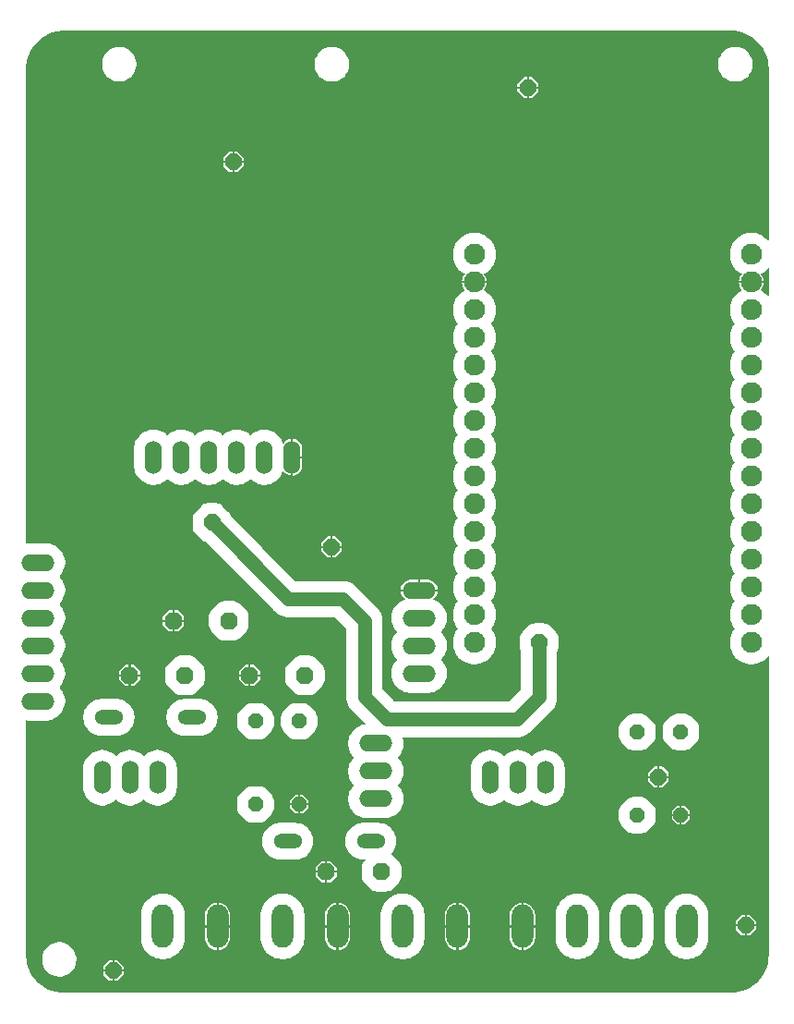
<source format=gbr>
%TF.GenerationSoftware,KiCad,Pcbnew,9.0.2*%
%TF.CreationDate,2025-06-17T11:44:15-05:00*%
%TF.ProjectId,BOARD,424f4152-442e-46b6-9963-61645f706362,rev?*%
%TF.SameCoordinates,Original*%
%TF.FileFunction,Copper,L1,Top*%
%TF.FilePolarity,Positive*%
%FSLAX46Y46*%
G04 Gerber Fmt 4.6, Leading zero omitted, Abs format (unit mm)*
G04 Created by KiCad (PCBNEW 9.0.2) date 2025-06-17 11:44:15*
%MOMM*%
%LPD*%
G01*
G04 APERTURE LIST*
G04 Aperture macros list*
%AMOutline5P*
0 Free polygon, 5 corners , with rotation*
0 The origin of the aperture is its center*
0 number of corners: always 5*
0 $1 to $10 corner X, Y*
0 $11 Rotation angle, in degrees counterclockwise*
0 create outline with 5 corners*
4,1,5,$1,$2,$3,$4,$5,$6,$7,$8,$9,$10,$1,$2,$11*%
%AMOutline6P*
0 Free polygon, 6 corners , with rotation*
0 The origin of the aperture is its center*
0 number of corners: always 6*
0 $1 to $12 corner X, Y*
0 $13 Rotation angle, in degrees counterclockwise*
0 create outline with 6 corners*
4,1,6,$1,$2,$3,$4,$5,$6,$7,$8,$9,$10,$11,$12,$1,$2,$13*%
%AMOutline7P*
0 Free polygon, 7 corners , with rotation*
0 The origin of the aperture is its center*
0 number of corners: always 7*
0 $1 to $14 corner X, Y*
0 $15 Rotation angle, in degrees counterclockwise*
0 create outline with 7 corners*
4,1,7,$1,$2,$3,$4,$5,$6,$7,$8,$9,$10,$11,$12,$13,$14,$1,$2,$15*%
%AMOutline8P*
0 Free polygon, 8 corners , with rotation*
0 The origin of the aperture is its center*
0 number of corners: always 8*
0 $1 to $16 corner X, Y*
0 $17 Rotation angle, in degrees counterclockwise*
0 create outline with 8 corners*
4,1,8,$1,$2,$3,$4,$5,$6,$7,$8,$9,$10,$11,$12,$13,$14,$15,$16,$1,$2,$17*%
G04 Aperture macros list end*
%TA.AperFunction,ComponentPad*%
%ADD10O,1.981200X3.962400*%
%TD*%
%TA.AperFunction,ComponentPad*%
%ADD11Outline8P,-0.800100X0.331412X-0.331412X0.800100X0.331412X0.800100X0.800100X0.331412X0.800100X-0.331412X0.331412X-0.800100X-0.331412X-0.800100X-0.800100X-0.331412X180.000000*%
%TD*%
%TA.AperFunction,ComponentPad*%
%ADD12Outline8P,-0.762000X0.315631X-0.315631X0.762000X0.315631X0.762000X0.762000X0.315631X0.762000X-0.315631X0.315631X-0.762000X-0.315631X-0.762000X-0.762000X-0.315631X0.000000*%
%TD*%
%TA.AperFunction,ComponentPad*%
%ADD13O,1.524000X3.048000*%
%TD*%
%TA.AperFunction,ComponentPad*%
%ADD14O,3.048000X1.524000*%
%TD*%
%TA.AperFunction,ComponentPad*%
%ADD15Outline8P,-0.660400X0.273547X-0.273547X0.660400X0.273547X0.660400X0.660400X0.273547X0.660400X-0.273547X0.273547X-0.660400X-0.273547X-0.660400X-0.660400X-0.273547X270.000000*%
%TD*%
%TA.AperFunction,ComponentPad*%
%ADD16Outline8P,-0.660400X0.273547X-0.273547X0.660400X0.273547X0.660400X0.660400X0.273547X0.660400X-0.273547X0.273547X-0.660400X-0.273547X-0.660400X-0.660400X-0.273547X90.000000*%
%TD*%
%TA.AperFunction,ComponentPad*%
%ADD17C,1.930400*%
%TD*%
%TA.AperFunction,ComponentPad*%
%ADD18O,2.641600X1.320800*%
%TD*%
%TA.AperFunction,Conductor*%
%ADD19C,1.270000*%
%TD*%
G04 APERTURE END LIST*
D10*
%TO.P,X2,1*%
%TO.N,V_BAT*%
X148986500Y-143003600D03*
%TO.P,X2,2*%
%TO.N,GND*%
X154015700Y-143003600D03*
%TD*%
D11*
%TO.P,C1,1*%
%TO.N,N$4*%
X129041100Y-120003600D03*
%TO.P,C1,2*%
%TO.N,GND*%
X123961100Y-120003600D03*
%TD*%
D12*
%TO.P,JP4,1*%
%TO.N,GND*%
X160461100Y-66133600D03*
%TD*%
D13*
%TO.P,IC2,1*%
%TO.N,N$1*%
X126521100Y-129373600D03*
%TO.P,IC2,2*%
%TO.N,V_PANEL*%
X123981100Y-129373600D03*
%TO.P,IC2,3*%
%TO.N,N$4*%
X121441100Y-129373600D03*
%TD*%
D14*
%TO.P,SELECT0,1*%
%TO.N,V_CARG*%
X146541100Y-131313600D03*
%TO.P,SELECT0,2*%
%TO.N,V_BAT*%
X146541100Y-128773600D03*
%TO.P,SELECT0,3*%
%TO.N,V_PANEL*%
X146541100Y-126233600D03*
%TD*%
%TO.P,_0,1*%
%TO.N,N/C*%
X115501100Y-122353600D03*
%TO.P,_0,2*%
X115501100Y-119813600D03*
%TO.P,_0,3*%
X115501100Y-117273600D03*
%TO.P,_0,4*%
X115501100Y-114733600D03*
%TO.P,_0,5*%
X115501100Y-112193600D03*
%TO.P,_0,6*%
X115501100Y-109653600D03*
%TD*%
D12*
%TO.P,JP6,1*%
%TO.N,GND*%
X172461100Y-129293600D03*
%TD*%
D15*
%TO.P,R4,1*%
%TO.N,N$1*%
X139501100Y-124193600D03*
%TO.P,R4,2*%
%TO.N,GND*%
X139501100Y-131813600D03*
%TD*%
D12*
%TO.P,JP1,1*%
%TO.N,GND*%
X180461100Y-142893600D03*
%TD*%
D15*
%TO.P,R1,1*%
%TO.N,N$2*%
X170501100Y-125193600D03*
%TO.P,R1,2*%
%TO.N,5V*%
X170501100Y-132813600D03*
%TD*%
D13*
%TO.P,IC1,1*%
%TO.N,N$2*%
X162091100Y-129373600D03*
%TO.P,IC1,2*%
%TO.N,5V*%
X159551100Y-129373600D03*
%TO.P,IC1,3*%
%TO.N,V_BAT*%
X157011100Y-129373600D03*
%TD*%
D11*
%TO.P,C3,1*%
%TO.N,V_BAT*%
X147041100Y-138003600D03*
%TO.P,C3,2*%
%TO.N,GND*%
X141961100Y-138003600D03*
%TD*%
D16*
%TO.P,R3,1*%
%TO.N,V_PANEL*%
X135501100Y-131813600D03*
%TO.P,R3,2*%
%TO.N,N$1*%
X135501100Y-124193600D03*
%TD*%
D14*
%TO.P,RTC0,1*%
%TO.N,GND*%
X150501100Y-112193600D03*
%TO.P,RTC0,2*%
%TO.N,5V*%
X150501100Y-114733600D03*
%TO.P,RTC0,3*%
%TO.N,SDA_RTC*%
X150501100Y-117273600D03*
%TO.P,RTC0,4*%
%TO.N,SCL_RTC*%
X150501100Y-119813600D03*
%TD*%
D15*
%TO.P,R2,1*%
%TO.N,N$2*%
X174501100Y-125193600D03*
%TO.P,R2,2*%
%TO.N,GND*%
X174501100Y-132813600D03*
%TD*%
D12*
%TO.P,JP11,1*%
%TO.N,MOSI_SD*%
X161501100Y-117003600D03*
%TD*%
D17*
%TO.P,BOARD1,3V3*%
%TO.N,N/C*%
X155581100Y-81423600D03*
%TO.P,BOARD1,D1*%
X155581100Y-111903600D03*
%TO.P,BOARD1,D2*%
X155581100Y-89043600D03*
%TO.P,BOARD1,D3*%
X155581100Y-109363600D03*
%TO.P,BOARD1,D4*%
X155581100Y-91583600D03*
%TO.P,BOARD1,D5*%
%TO.N,CS_SD*%
X155581100Y-99203600D03*
%TO.P,BOARD1,D12*%
%TO.N,N/C*%
X180981100Y-89043600D03*
%TO.P,BOARD1,D13*%
X180981100Y-86503600D03*
%TO.P,BOARD1,D14*%
X180981100Y-91583600D03*
%TO.P,BOARD1,D15*%
X155581100Y-86503600D03*
%TO.P,BOARD1,D16*%
X155581100Y-94123600D03*
%TO.P,BOARD1,D17*%
X155581100Y-96663600D03*
%TO.P,BOARD1,D18*%
%TO.N,SCK_SD*%
X155581100Y-101743600D03*
%TO.P,BOARD1,D19*%
%TO.N,MISO_SD*%
X155581100Y-104283600D03*
%TO.P,BOARD1,D21*%
%TO.N,SDA_RTC*%
X155581100Y-106823600D03*
%TO.P,BOARD1,D22*%
%TO.N,SCL_RTC*%
X155581100Y-114443600D03*
%TO.P,BOARD1,D23*%
%TO.N,MOSI_SD*%
X155581100Y-116983600D03*
%TO.P,BOARD1,D25*%
%TO.N,ECHO_SENSOR*%
X180981100Y-99203600D03*
%TO.P,BOARD1,D26*%
%TO.N,TRIGGER_SENSOR*%
X180981100Y-96663600D03*
%TO.P,BOARD1,D27*%
%TO.N,N/C*%
X180981100Y-94123600D03*
%TO.P,BOARD1,D32*%
X180981100Y-104283600D03*
%TO.P,BOARD1,D33*%
X180981100Y-101743600D03*
%TO.P,BOARD1,D34*%
X180981100Y-109363600D03*
%TO.P,BOARD1,D35*%
X180981100Y-106823600D03*
%TO.P,BOARD1,EN*%
X180981100Y-116983600D03*
%TO.P,BOARD1,GND*%
%TO.N,GND*%
X180981100Y-83963600D03*
%TO.P,BOARD1,GND@1*%
X155581100Y-83963600D03*
%TO.P,BOARD1,VIN*%
%TO.N,5V*%
X180981100Y-81423600D03*
%TO.P,BOARD1,VN*%
%TO.N,N/C*%
X180981100Y-111903600D03*
%TO.P,BOARD1,VP*%
X180981100Y-114443600D03*
%TD*%
D12*
%TO.P,JP12,1*%
%TO.N,MOSI_SD*%
X131501100Y-106003600D03*
%TD*%
D10*
%TO.P,X3,1*%
%TO.N,V_CAR*%
X137986500Y-143003600D03*
%TO.P,X3,2*%
%TO.N,GND*%
X143015700Y-143003600D03*
%TD*%
D18*
%TO.P,D2,A*%
%TO.N,V_CAR*%
X138461100Y-135193600D03*
%TO.P,D2,C*%
%TO.N,V_CARG*%
X146081100Y-135193600D03*
%TD*%
D12*
%TO.P,JP5,1*%
%TO.N,GND*%
X142461100Y-108213600D03*
%TD*%
%TO.P,JP2,1*%
%TO.N,GND*%
X133461100Y-72973600D03*
%TD*%
D13*
%TO.P,SD0,1*%
%TO.N,GND*%
X138851100Y-100003600D03*
%TO.P,SD0,2*%
%TO.N,5V*%
X136311100Y-100003600D03*
%TO.P,SD0,3*%
%TO.N,MISO_SD*%
X133771100Y-100003600D03*
%TO.P,SD0,4*%
%TO.N,MOSI_SD*%
X131231100Y-100003600D03*
%TO.P,SD0,5*%
%TO.N,SCK_SD*%
X128691100Y-100003600D03*
%TO.P,SD0,6*%
%TO.N,CS_SD*%
X126151100Y-100003600D03*
%TD*%
D10*
%TO.P,X4,1*%
%TO.N,V_PAN*%
X126986500Y-143003600D03*
%TO.P,X4,2*%
%TO.N,GND*%
X132015700Y-143003600D03*
%TD*%
D18*
%TO.P,D1,A*%
%TO.N,V_PAN*%
X122061100Y-123833600D03*
%TO.P,D1,C*%
%TO.N,N$4*%
X129681100Y-123833600D03*
%TD*%
D11*
%TO.P,C2,1*%
%TO.N,V_PANEL*%
X140041100Y-120003600D03*
%TO.P,C2,2*%
%TO.N,GND*%
X134961100Y-120003600D03*
%TD*%
D10*
%TO.P,X1,1*%
%TO.N,GND*%
X159982700Y-143003600D03*
%TO.P,X1,2*%
%TO.N,5V*%
X165011900Y-143003600D03*
%TO.P,X1,3*%
%TO.N,TRIGGER_SENSOR*%
X169990300Y-143003600D03*
%TO.P,X1,4*%
%TO.N,ECHO_SENSOR*%
X175019500Y-143003600D03*
%TD*%
D11*
%TO.P,C4,1*%
%TO.N,5V*%
X133041100Y-115003600D03*
%TO.P,C4,2*%
%TO.N,GND*%
X127961100Y-115003600D03*
%TD*%
D12*
%TO.P,JP3,1*%
%TO.N,GND*%
X122461100Y-147053600D03*
%TD*%
D19*
%TO.N,MOSI_SD*%
X145501100Y-115003600D02*
X145501100Y-122003600D01*
X131501100Y-106003600D02*
X138501100Y-113003600D01*
X138501100Y-113003600D02*
X143501100Y-113003600D01*
X159501100Y-124003600D02*
X161501100Y-122003600D01*
X161501100Y-122003600D02*
X161501100Y-117003600D01*
X143501100Y-113003600D02*
X145501100Y-115003600D01*
X145501100Y-122003600D02*
X147501100Y-124003600D01*
X147501100Y-124003600D02*
X159501100Y-124003600D01*
%TD*%
%TA.AperFunction,Conductor*%
%TO.N,GND*%
G36*
X179089357Y-60940142D02*
G01*
X179098308Y-60940611D01*
X179448833Y-60958980D01*
X179452003Y-60959314D01*
X179808375Y-61015758D01*
X179811518Y-61016426D01*
X180160037Y-61109811D01*
X180163082Y-61110800D01*
X180499947Y-61240111D01*
X180502878Y-61241417D01*
X180824360Y-61405220D01*
X180827126Y-61406817D01*
X181129736Y-61603334D01*
X181129738Y-61603335D01*
X181132342Y-61605227D01*
X181412734Y-61832285D01*
X181415126Y-61834438D01*
X181670261Y-62089573D01*
X181672414Y-62091965D01*
X181899472Y-62372357D01*
X181901364Y-62374961D01*
X182083281Y-62655088D01*
X182097876Y-62677561D01*
X182099485Y-62680349D01*
X182263280Y-63001817D01*
X182264590Y-63004757D01*
X182393896Y-63341609D01*
X182394890Y-63344670D01*
X182488272Y-63693178D01*
X182488941Y-63696327D01*
X182545383Y-64052681D01*
X182545720Y-64055882D01*
X182564558Y-64415342D01*
X182564600Y-64416951D01*
X182564600Y-80141371D01*
X182555594Y-80163115D01*
X182533850Y-80172121D01*
X182512106Y-80163115D01*
X182509455Y-80160091D01*
X182474222Y-80114176D01*
X182474221Y-80114175D01*
X182474218Y-80114171D01*
X182290529Y-79930482D01*
X182084436Y-79772341D01*
X181859464Y-79642454D01*
X181859457Y-79642451D01*
X181619473Y-79543045D01*
X181619457Y-79543039D01*
X181368539Y-79475807D01*
X181170911Y-79449789D01*
X181110987Y-79441900D01*
X180851213Y-79441900D01*
X180821250Y-79445844D01*
X180593660Y-79475807D01*
X180342742Y-79543039D01*
X180342726Y-79543045D01*
X180102742Y-79642451D01*
X180102726Y-79642459D01*
X179877768Y-79772338D01*
X179671675Y-79930478D01*
X179487978Y-80114175D01*
X179329838Y-80320268D01*
X179199959Y-80545226D01*
X179199951Y-80545242D01*
X179100545Y-80785226D01*
X179100539Y-80785242D01*
X179033307Y-81036160D01*
X178999400Y-81293714D01*
X178999400Y-81553485D01*
X179033307Y-81811039D01*
X179100539Y-82061957D01*
X179100545Y-82061973D01*
X179199951Y-82301957D01*
X179199954Y-82301964D01*
X179329841Y-82526936D01*
X179487982Y-82733029D01*
X179671671Y-82916718D01*
X179877764Y-83074859D01*
X179952206Y-83117838D01*
X180085747Y-83194938D01*
X180100074Y-83213609D01*
X180097002Y-83236943D01*
X180095249Y-83239642D01*
X180004205Y-83364953D01*
X180004197Y-83364966D01*
X179922583Y-83525142D01*
X179922581Y-83525147D01*
X179867024Y-83696136D01*
X179838900Y-83873700D01*
X179838900Y-83875099D01*
X179838901Y-83875100D01*
X180487176Y-83875100D01*
X180481100Y-83897774D01*
X180481100Y-84029426D01*
X180487176Y-84052100D01*
X179838901Y-84052100D01*
X179838900Y-84052101D01*
X179838900Y-84053499D01*
X179867024Y-84231063D01*
X179922581Y-84402052D01*
X179922583Y-84402057D01*
X180004197Y-84562233D01*
X180004205Y-84562246D01*
X180095249Y-84687558D01*
X180100743Y-84710442D01*
X180088446Y-84730509D01*
X180085747Y-84732262D01*
X179877768Y-84852338D01*
X179671675Y-85010478D01*
X179487978Y-85194175D01*
X179329838Y-85400268D01*
X179199959Y-85625226D01*
X179199951Y-85625242D01*
X179100545Y-85865226D01*
X179100539Y-85865242D01*
X179033307Y-86116160D01*
X178999400Y-86373714D01*
X178999400Y-86633485D01*
X179033307Y-86891039D01*
X179100539Y-87141957D01*
X179100545Y-87141973D01*
X179199951Y-87381957D01*
X179199954Y-87381964D01*
X179329841Y-87606936D01*
X179407778Y-87708505D01*
X179443363Y-87754881D01*
X179449454Y-87777614D01*
X179443363Y-87792319D01*
X179329838Y-87940268D01*
X179199959Y-88165226D01*
X179199951Y-88165242D01*
X179100545Y-88405226D01*
X179100539Y-88405242D01*
X179033307Y-88656160D01*
X178999400Y-88913714D01*
X178999400Y-89173485D01*
X179033307Y-89431039D01*
X179100539Y-89681957D01*
X179100545Y-89681973D01*
X179199951Y-89921957D01*
X179199954Y-89921964D01*
X179329841Y-90146936D01*
X179407778Y-90248505D01*
X179443363Y-90294881D01*
X179449454Y-90317614D01*
X179443363Y-90332319D01*
X179329838Y-90480268D01*
X179199959Y-90705226D01*
X179199951Y-90705242D01*
X179100545Y-90945226D01*
X179100539Y-90945242D01*
X179033307Y-91196160D01*
X178999400Y-91453714D01*
X178999400Y-91713485D01*
X179033307Y-91971039D01*
X179100539Y-92221957D01*
X179100545Y-92221973D01*
X179199951Y-92461957D01*
X179199954Y-92461964D01*
X179329841Y-92686936D01*
X179407778Y-92788505D01*
X179443363Y-92834881D01*
X179449454Y-92857614D01*
X179443363Y-92872319D01*
X179329838Y-93020268D01*
X179199959Y-93245226D01*
X179199951Y-93245242D01*
X179100545Y-93485226D01*
X179100539Y-93485242D01*
X179033307Y-93736160D01*
X178999400Y-93993714D01*
X178999400Y-94253485D01*
X179033307Y-94511039D01*
X179100539Y-94761957D01*
X179100545Y-94761973D01*
X179199951Y-95001957D01*
X179199954Y-95001964D01*
X179329841Y-95226936D01*
X179407778Y-95328505D01*
X179443363Y-95374881D01*
X179449454Y-95397614D01*
X179443363Y-95412319D01*
X179329838Y-95560268D01*
X179199959Y-95785226D01*
X179199951Y-95785242D01*
X179100545Y-96025226D01*
X179100539Y-96025242D01*
X179033307Y-96276160D01*
X178999400Y-96533714D01*
X178999400Y-96793485D01*
X179033307Y-97051039D01*
X179100539Y-97301957D01*
X179100545Y-97301973D01*
X179167287Y-97463100D01*
X179199954Y-97541964D01*
X179199957Y-97541970D01*
X179199959Y-97541973D01*
X179258338Y-97643089D01*
X179329841Y-97766936D01*
X179407778Y-97868505D01*
X179443363Y-97914881D01*
X179449454Y-97937614D01*
X179443363Y-97952319D01*
X179329838Y-98100268D01*
X179199959Y-98325226D01*
X179199951Y-98325242D01*
X179100545Y-98565226D01*
X179100539Y-98565242D01*
X179033307Y-98816160D01*
X178999400Y-99073714D01*
X178999400Y-99333485D01*
X179033307Y-99591039D01*
X179100539Y-99841957D01*
X179100545Y-99841973D01*
X179195197Y-100070480D01*
X179199954Y-100081964D01*
X179199957Y-100081970D01*
X179199959Y-100081973D01*
X179329838Y-100306931D01*
X179329841Y-100306936D01*
X179407778Y-100408505D01*
X179443363Y-100454881D01*
X179449454Y-100477614D01*
X179443363Y-100492319D01*
X179329838Y-100640268D01*
X179199959Y-100865226D01*
X179199951Y-100865242D01*
X179100545Y-101105226D01*
X179100539Y-101105242D01*
X179033307Y-101356160D01*
X178999400Y-101613714D01*
X178999400Y-101873485D01*
X179033307Y-102131039D01*
X179100539Y-102381957D01*
X179100545Y-102381973D01*
X179199951Y-102621957D01*
X179199954Y-102621964D01*
X179329841Y-102846936D01*
X179407778Y-102948505D01*
X179443363Y-102994881D01*
X179449454Y-103017614D01*
X179443363Y-103032319D01*
X179329838Y-103180268D01*
X179199959Y-103405226D01*
X179199951Y-103405242D01*
X179100545Y-103645226D01*
X179100539Y-103645242D01*
X179033307Y-103896160D01*
X178999400Y-104153714D01*
X178999400Y-104413485D01*
X179033307Y-104671039D01*
X179100539Y-104921957D01*
X179100545Y-104921973D01*
X179182781Y-105120505D01*
X179199954Y-105161964D01*
X179329841Y-105386936D01*
X179407778Y-105488505D01*
X179443363Y-105534881D01*
X179449454Y-105557614D01*
X179443363Y-105572319D01*
X179329838Y-105720268D01*
X179199959Y-105945226D01*
X179199951Y-105945242D01*
X179100545Y-106185226D01*
X179100539Y-106185242D01*
X179033307Y-106436160D01*
X178999400Y-106693714D01*
X178999400Y-106953485D01*
X179033307Y-107211039D01*
X179100539Y-107461957D01*
X179100545Y-107461973D01*
X179199951Y-107701957D01*
X179199954Y-107701964D01*
X179199957Y-107701970D01*
X179199959Y-107701973D01*
X179317482Y-107905530D01*
X179329841Y-107926936D01*
X179359717Y-107965871D01*
X179443363Y-108074881D01*
X179449454Y-108097614D01*
X179443363Y-108112319D01*
X179329838Y-108260268D01*
X179199959Y-108485226D01*
X179199951Y-108485242D01*
X179100545Y-108725226D01*
X179100539Y-108725242D01*
X179033307Y-108976160D01*
X178999400Y-109233714D01*
X178999400Y-109493485D01*
X179033307Y-109751039D01*
X179100539Y-110001957D01*
X179100545Y-110001973D01*
X179193551Y-110226506D01*
X179199954Y-110241964D01*
X179199957Y-110241970D01*
X179199959Y-110241973D01*
X179329838Y-110466931D01*
X179329841Y-110466936D01*
X179407778Y-110568505D01*
X179443363Y-110614881D01*
X179449454Y-110637614D01*
X179443363Y-110652319D01*
X179329838Y-110800268D01*
X179199959Y-111025226D01*
X179199951Y-111025242D01*
X179100545Y-111265226D01*
X179100539Y-111265242D01*
X179033307Y-111516160D01*
X178999400Y-111773714D01*
X178999400Y-112033485D01*
X179033307Y-112291039D01*
X179100539Y-112541957D01*
X179100545Y-112541973D01*
X179152326Y-112666981D01*
X179199954Y-112781964D01*
X179199957Y-112781970D01*
X179199959Y-112781973D01*
X179317483Y-112985531D01*
X179329841Y-113006936D01*
X179407778Y-113108505D01*
X179443363Y-113154881D01*
X179449454Y-113177614D01*
X179443363Y-113192319D01*
X179329838Y-113340268D01*
X179199959Y-113565226D01*
X179199951Y-113565242D01*
X179100545Y-113805226D01*
X179100539Y-113805242D01*
X179033307Y-114056160D01*
X179006038Y-114263294D01*
X178999400Y-114313713D01*
X178999400Y-114573487D01*
X179002465Y-114596770D01*
X179033307Y-114831039D01*
X179100539Y-115081957D01*
X179100545Y-115081973D01*
X179190000Y-115297933D01*
X179199954Y-115321964D01*
X179199957Y-115321970D01*
X179199959Y-115321973D01*
X179329838Y-115546931D01*
X179329841Y-115546936D01*
X179394739Y-115631512D01*
X179443363Y-115694881D01*
X179449454Y-115717614D01*
X179443363Y-115732319D01*
X179329838Y-115880268D01*
X179199959Y-116105226D01*
X179199951Y-116105242D01*
X179100545Y-116345226D01*
X179100539Y-116345242D01*
X179033307Y-116596160D01*
X178999400Y-116853714D01*
X178999400Y-117113485D01*
X179033307Y-117371039D01*
X179100539Y-117621957D01*
X179100545Y-117621973D01*
X179182220Y-117819151D01*
X179199954Y-117861964D01*
X179199957Y-117861970D01*
X179199959Y-117861973D01*
X179329838Y-118086931D01*
X179329841Y-118086936D01*
X179487982Y-118293029D01*
X179671671Y-118476718D01*
X179877764Y-118634859D01*
X180102736Y-118764746D01*
X180214546Y-118811059D01*
X180342726Y-118864154D01*
X180342742Y-118864160D01*
X180593660Y-118931392D01*
X180851213Y-118965300D01*
X180851218Y-118965300D01*
X181110982Y-118965300D01*
X181110987Y-118965300D01*
X181368540Y-118931392D01*
X181470365Y-118904108D01*
X181619457Y-118864160D01*
X181619460Y-118864158D01*
X181619463Y-118864158D01*
X181859464Y-118764746D01*
X182084436Y-118634859D01*
X182290529Y-118476718D01*
X182474218Y-118293029D01*
X182509454Y-118247107D01*
X182529836Y-118235340D01*
X182552569Y-118241431D01*
X182564337Y-118261813D01*
X182564600Y-118265827D01*
X182564600Y-145590250D01*
X182564558Y-145591859D01*
X182545720Y-145951319D01*
X182545383Y-145954520D01*
X182488941Y-146310873D01*
X182488272Y-146314022D01*
X182394890Y-146662530D01*
X182393896Y-146665591D01*
X182264590Y-147002444D01*
X182263280Y-147005384D01*
X182099485Y-147326851D01*
X182097876Y-147329639D01*
X181901364Y-147632239D01*
X181899472Y-147634843D01*
X181672414Y-147915235D01*
X181670261Y-147917627D01*
X181415126Y-148172762D01*
X181412734Y-148174915D01*
X181132341Y-148401973D01*
X181129737Y-148403865D01*
X180827137Y-148600377D01*
X180824349Y-148601986D01*
X180502882Y-148765781D01*
X180499942Y-148767091D01*
X180163089Y-148896396D01*
X180160028Y-148897390D01*
X179811520Y-148990773D01*
X179808371Y-148991442D01*
X179452019Y-149047883D01*
X179448818Y-149048220D01*
X179089357Y-149067058D01*
X179087748Y-149067100D01*
X117914451Y-149067100D01*
X117912842Y-149067058D01*
X117553381Y-149048220D01*
X117550180Y-149047883D01*
X117193827Y-148991441D01*
X117190678Y-148990772D01*
X116842170Y-148897390D01*
X116839109Y-148896396D01*
X116502256Y-148767090D01*
X116499316Y-148765780D01*
X116350150Y-148689776D01*
X116177844Y-148601982D01*
X116175063Y-148600377D01*
X116013269Y-148495307D01*
X115872461Y-148403865D01*
X115869857Y-148401973D01*
X115589464Y-148174915D01*
X115587072Y-148172762D01*
X115331937Y-147917627D01*
X115329784Y-147915235D01*
X115102726Y-147634842D01*
X115100834Y-147632238D01*
X115067105Y-147580300D01*
X114904317Y-147329627D01*
X114902715Y-147326851D01*
X114738917Y-147005379D01*
X114737611Y-147002448D01*
X114608300Y-146665583D01*
X114607311Y-146662537D01*
X114513705Y-146313192D01*
X114512826Y-146308451D01*
X114496604Y-146154111D01*
X114480785Y-146003600D01*
X114467954Y-145881517D01*
X114467742Y-145879504D01*
X115924400Y-145879504D01*
X115924400Y-146127695D01*
X115963223Y-146372808D01*
X116039914Y-146608842D01*
X116039916Y-146608847D01*
X116152580Y-146829961D01*
X116152588Y-146829974D01*
X116298456Y-147030745D01*
X116298458Y-147030747D01*
X116298461Y-147030751D01*
X116473949Y-147206239D01*
X116473952Y-147206241D01*
X116473954Y-147206243D01*
X116533742Y-147249681D01*
X116674729Y-147352114D01*
X116674734Y-147352116D01*
X116674738Y-147352119D01*
X116895852Y-147464783D01*
X116895857Y-147464785D01*
X117131889Y-147541476D01*
X117314380Y-147570380D01*
X117377004Y-147580299D01*
X117377005Y-147580299D01*
X117377011Y-147580300D01*
X117377017Y-147580300D01*
X117625183Y-147580300D01*
X117625189Y-147580300D01*
X117870311Y-147541476D01*
X118106343Y-147464785D01*
X118327471Y-147352114D01*
X118528251Y-147206239D01*
X118592389Y-147142101D01*
X121522099Y-147142101D01*
X121522099Y-147386664D01*
X121532370Y-147438293D01*
X121532370Y-147438294D01*
X121561609Y-147482055D01*
X121561611Y-147482057D01*
X122032644Y-147953091D01*
X122032646Y-147953093D01*
X122076405Y-147982330D01*
X122128032Y-147992599D01*
X122128033Y-147992600D01*
X122372599Y-147992600D01*
X122372600Y-147992599D01*
X122372600Y-147555806D01*
X122394220Y-147561600D01*
X122527980Y-147561600D01*
X122549600Y-147555806D01*
X122549600Y-147992599D01*
X122549601Y-147992600D01*
X122794164Y-147992600D01*
X122845793Y-147982329D01*
X122845794Y-147982329D01*
X122889555Y-147953090D01*
X122889557Y-147953088D01*
X123360591Y-147482055D01*
X123360593Y-147482053D01*
X123389830Y-147438294D01*
X123400099Y-147386667D01*
X123400100Y-147386667D01*
X123400100Y-147142101D01*
X123400099Y-147142100D01*
X122963307Y-147142100D01*
X122969100Y-147120480D01*
X122969100Y-146986720D01*
X122963307Y-146965100D01*
X123400100Y-146965100D01*
X123400101Y-146965099D01*
X123400101Y-146720535D01*
X123389829Y-146668906D01*
X123389829Y-146668905D01*
X123360590Y-146625144D01*
X123360588Y-146625142D01*
X122889555Y-146154108D01*
X122889553Y-146154106D01*
X122845794Y-146124869D01*
X122794167Y-146114600D01*
X122794166Y-146114599D01*
X122549600Y-146114599D01*
X122549600Y-146551393D01*
X122527980Y-146545600D01*
X122394220Y-146545600D01*
X122372600Y-146551393D01*
X122372600Y-146114600D01*
X122372599Y-146114599D01*
X122128035Y-146114599D01*
X122076406Y-146124870D01*
X122076405Y-146124870D01*
X122032644Y-146154109D01*
X122032642Y-146154111D01*
X121561608Y-146625144D01*
X121561606Y-146625146D01*
X121532369Y-146668905D01*
X121522100Y-146720532D01*
X121522100Y-146965099D01*
X121522101Y-146965100D01*
X121958893Y-146965100D01*
X121953100Y-146986720D01*
X121953100Y-147120480D01*
X121958893Y-147142100D01*
X121522100Y-147142100D01*
X121522099Y-147142101D01*
X118592389Y-147142101D01*
X118703739Y-147030751D01*
X118849614Y-146829971D01*
X118884812Y-146760892D01*
X118913259Y-146705063D01*
X118962283Y-146608847D01*
X118962285Y-146608842D01*
X118976701Y-146564474D01*
X119038976Y-146372811D01*
X119077800Y-146127689D01*
X119077800Y-145879511D01*
X119038976Y-145634389D01*
X118962285Y-145398357D01*
X118962283Y-145398352D01*
X118849619Y-145177238D01*
X118849616Y-145177234D01*
X118849614Y-145177229D01*
X118817515Y-145133049D01*
X118703743Y-144976454D01*
X118703741Y-144976452D01*
X118703739Y-144976449D01*
X118528251Y-144800961D01*
X118528247Y-144800958D01*
X118528245Y-144800956D01*
X118327474Y-144655088D01*
X118327461Y-144655080D01*
X118106347Y-144542416D01*
X118106342Y-144542414D01*
X117870308Y-144465723D01*
X117625195Y-144426900D01*
X117625189Y-144426900D01*
X117377011Y-144426900D01*
X117377004Y-144426900D01*
X117131891Y-144465723D01*
X116895857Y-144542414D01*
X116895852Y-144542416D01*
X116674738Y-144655080D01*
X116674725Y-144655088D01*
X116473954Y-144800956D01*
X116298456Y-144976454D01*
X116152588Y-145177225D01*
X116152580Y-145177238D01*
X116039916Y-145398352D01*
X116039914Y-145398357D01*
X115963223Y-145634391D01*
X115924400Y-145879504D01*
X114467742Y-145879504D01*
X114437768Y-145594320D01*
X114437600Y-145591106D01*
X114437600Y-141881449D01*
X124979400Y-141881449D01*
X124979400Y-144125750D01*
X125013741Y-144386605D01*
X125081837Y-144640745D01*
X125101677Y-144688642D01*
X125182524Y-144883823D01*
X125182527Y-144883829D01*
X125182529Y-144883832D01*
X125314073Y-145111673D01*
X125314076Y-145111678D01*
X125474244Y-145320413D01*
X125660287Y-145506456D01*
X125869022Y-145666624D01*
X126096877Y-145798176D01*
X126339954Y-145898862D01*
X126594094Y-145966958D01*
X126854948Y-146001300D01*
X126854953Y-146001300D01*
X127118047Y-146001300D01*
X127118052Y-146001300D01*
X127378906Y-145966958D01*
X127633046Y-145898862D01*
X127876123Y-145798176D01*
X128103978Y-145666624D01*
X128312713Y-145506456D01*
X128498756Y-145320413D01*
X128658924Y-145111678D01*
X128790476Y-144883823D01*
X128891162Y-144640746D01*
X128959258Y-144386606D01*
X128993600Y-144125752D01*
X128993600Y-141921102D01*
X130848100Y-141921102D01*
X130848100Y-142915099D01*
X130848101Y-142915100D01*
X131359966Y-142915100D01*
X131355300Y-142938556D01*
X131355300Y-143068644D01*
X131359966Y-143092100D01*
X130848101Y-143092100D01*
X130848100Y-143092101D01*
X130848100Y-144086097D01*
X130876850Y-144267611D01*
X130933642Y-144442402D01*
X130933644Y-144442407D01*
X131017073Y-144606146D01*
X131017081Y-144606159D01*
X131125100Y-144754834D01*
X131255065Y-144884799D01*
X131403740Y-144992818D01*
X131403753Y-144992826D01*
X131567492Y-145076255D01*
X131567497Y-145076257D01*
X131742288Y-145133049D01*
X131923802Y-145161799D01*
X131923814Y-145161800D01*
X131927199Y-145161800D01*
X131927200Y-145161799D01*
X131927200Y-143659334D01*
X131950656Y-143664000D01*
X132080744Y-143664000D01*
X132104200Y-143659334D01*
X132104200Y-145161799D01*
X132104201Y-145161800D01*
X132107586Y-145161800D01*
X132107597Y-145161799D01*
X132289111Y-145133049D01*
X132463902Y-145076257D01*
X132463907Y-145076255D01*
X132627646Y-144992826D01*
X132627659Y-144992818D01*
X132776334Y-144884799D01*
X132906299Y-144754834D01*
X133014318Y-144606159D01*
X133014326Y-144606146D01*
X133097755Y-144442407D01*
X133097757Y-144442402D01*
X133154549Y-144267611D01*
X133183299Y-144086097D01*
X133183300Y-144086086D01*
X133183300Y-143092101D01*
X133183299Y-143092100D01*
X132671434Y-143092100D01*
X132676100Y-143068644D01*
X132676100Y-142938556D01*
X132671434Y-142915100D01*
X133183299Y-142915100D01*
X133183300Y-142915099D01*
X133183300Y-141921113D01*
X133183299Y-141921101D01*
X133177621Y-141885251D01*
X133177019Y-141881449D01*
X135979400Y-141881449D01*
X135979400Y-144125750D01*
X136013741Y-144386605D01*
X136081837Y-144640745D01*
X136101677Y-144688642D01*
X136182524Y-144883823D01*
X136182527Y-144883829D01*
X136182529Y-144883832D01*
X136314073Y-145111673D01*
X136314076Y-145111678D01*
X136474244Y-145320413D01*
X136660287Y-145506456D01*
X136869022Y-145666624D01*
X137096877Y-145798176D01*
X137339954Y-145898862D01*
X137594094Y-145966958D01*
X137854948Y-146001300D01*
X137854953Y-146001300D01*
X138118047Y-146001300D01*
X138118052Y-146001300D01*
X138378906Y-145966958D01*
X138633046Y-145898862D01*
X138876123Y-145798176D01*
X139103978Y-145666624D01*
X139312713Y-145506456D01*
X139498756Y-145320413D01*
X139658924Y-145111678D01*
X139790476Y-144883823D01*
X139891162Y-144640746D01*
X139959258Y-144386606D01*
X139993600Y-144125752D01*
X139993600Y-141921102D01*
X141848100Y-141921102D01*
X141848100Y-142915099D01*
X141848101Y-142915100D01*
X142359966Y-142915100D01*
X142355300Y-142938556D01*
X142355300Y-143068644D01*
X142359966Y-143092100D01*
X141848101Y-143092100D01*
X141848100Y-143092101D01*
X141848100Y-144086097D01*
X141876850Y-144267611D01*
X141933642Y-144442402D01*
X141933644Y-144442407D01*
X142017073Y-144606146D01*
X142017081Y-144606159D01*
X142125100Y-144754834D01*
X142255065Y-144884799D01*
X142403740Y-144992818D01*
X142403753Y-144992826D01*
X142567492Y-145076255D01*
X142567497Y-145076257D01*
X142742288Y-145133049D01*
X142923802Y-145161799D01*
X142923814Y-145161800D01*
X142927199Y-145161800D01*
X142927200Y-145161799D01*
X142927200Y-143659334D01*
X142950656Y-143664000D01*
X143080744Y-143664000D01*
X143104200Y-143659334D01*
X143104200Y-145161799D01*
X143104201Y-145161800D01*
X143107586Y-145161800D01*
X143107597Y-145161799D01*
X143289111Y-145133049D01*
X143463902Y-145076257D01*
X143463907Y-145076255D01*
X143627646Y-144992826D01*
X143627659Y-144992818D01*
X143776334Y-144884799D01*
X143906299Y-144754834D01*
X144014318Y-144606159D01*
X144014326Y-144606146D01*
X144097755Y-144442407D01*
X144097757Y-144442402D01*
X144154549Y-144267611D01*
X144183299Y-144086097D01*
X144183300Y-144086086D01*
X144183300Y-143092101D01*
X144183299Y-143092100D01*
X143671434Y-143092100D01*
X143676100Y-143068644D01*
X143676100Y-142938556D01*
X143671434Y-142915100D01*
X144183299Y-142915100D01*
X144183300Y-142915099D01*
X144183300Y-141921113D01*
X144183299Y-141921101D01*
X144177621Y-141885251D01*
X144177019Y-141881449D01*
X146979400Y-141881449D01*
X146979400Y-144125750D01*
X147013741Y-144386605D01*
X147081837Y-144640745D01*
X147101677Y-144688642D01*
X147182524Y-144883823D01*
X147182527Y-144883829D01*
X147182529Y-144883832D01*
X147314073Y-145111673D01*
X147314076Y-145111678D01*
X147474244Y-145320413D01*
X147660287Y-145506456D01*
X147869022Y-145666624D01*
X148096877Y-145798176D01*
X148339954Y-145898862D01*
X148594094Y-145966958D01*
X148854948Y-146001300D01*
X148854953Y-146001300D01*
X149118047Y-146001300D01*
X149118052Y-146001300D01*
X149378906Y-145966958D01*
X149633046Y-145898862D01*
X149876123Y-145798176D01*
X150103978Y-145666624D01*
X150312713Y-145506456D01*
X150498756Y-145320413D01*
X150658924Y-145111678D01*
X150790476Y-144883823D01*
X150891162Y-144640746D01*
X150959258Y-144386606D01*
X150993600Y-144125752D01*
X150993600Y-141921102D01*
X152848100Y-141921102D01*
X152848100Y-142915099D01*
X152848101Y-142915100D01*
X153359966Y-142915100D01*
X153355300Y-142938556D01*
X153355300Y-143068644D01*
X153359966Y-143092100D01*
X152848101Y-143092100D01*
X152848100Y-143092101D01*
X152848100Y-144086097D01*
X152876850Y-144267611D01*
X152933642Y-144442402D01*
X152933644Y-144442407D01*
X153017073Y-144606146D01*
X153017081Y-144606159D01*
X153125100Y-144754834D01*
X153255065Y-144884799D01*
X153403740Y-144992818D01*
X153403753Y-144992826D01*
X153567492Y-145076255D01*
X153567497Y-145076257D01*
X153742288Y-145133049D01*
X153923802Y-145161799D01*
X153923814Y-145161800D01*
X153927199Y-145161800D01*
X153927200Y-145161799D01*
X153927200Y-143659334D01*
X153950656Y-143664000D01*
X154080744Y-143664000D01*
X154104200Y-143659334D01*
X154104200Y-145161799D01*
X154104201Y-145161800D01*
X154107586Y-145161800D01*
X154107597Y-145161799D01*
X154289111Y-145133049D01*
X154463902Y-145076257D01*
X154463907Y-145076255D01*
X154627646Y-144992826D01*
X154627659Y-144992818D01*
X154776334Y-144884799D01*
X154906299Y-144754834D01*
X155014318Y-144606159D01*
X155014326Y-144606146D01*
X155097755Y-144442407D01*
X155097757Y-144442402D01*
X155154549Y-144267611D01*
X155183299Y-144086097D01*
X155183300Y-144086086D01*
X155183300Y-143092101D01*
X155183299Y-143092100D01*
X154671434Y-143092100D01*
X154676100Y-143068644D01*
X154676100Y-142938556D01*
X154671434Y-142915100D01*
X155183299Y-142915100D01*
X155183300Y-142915099D01*
X155183300Y-141921113D01*
X155183299Y-141921102D01*
X158815100Y-141921102D01*
X158815100Y-142915099D01*
X158815101Y-142915100D01*
X159326966Y-142915100D01*
X159322300Y-142938556D01*
X159322300Y-143068644D01*
X159326966Y-143092100D01*
X158815101Y-143092100D01*
X158815100Y-143092101D01*
X158815100Y-144086097D01*
X158843850Y-144267611D01*
X158900642Y-144442402D01*
X158900644Y-144442407D01*
X158984073Y-144606146D01*
X158984081Y-144606159D01*
X159092100Y-144754834D01*
X159222065Y-144884799D01*
X159370740Y-144992818D01*
X159370753Y-144992826D01*
X159534492Y-145076255D01*
X159534497Y-145076257D01*
X159709288Y-145133049D01*
X159890802Y-145161799D01*
X159890814Y-145161800D01*
X159894199Y-145161800D01*
X159894200Y-145161799D01*
X159894200Y-143659334D01*
X159917656Y-143664000D01*
X160047744Y-143664000D01*
X160071200Y-143659334D01*
X160071200Y-145161799D01*
X160071201Y-145161800D01*
X160074586Y-145161800D01*
X160074597Y-145161799D01*
X160256111Y-145133049D01*
X160430902Y-145076257D01*
X160430907Y-145076255D01*
X160594646Y-144992826D01*
X160594659Y-144992818D01*
X160743334Y-144884799D01*
X160873299Y-144754834D01*
X160981318Y-144606159D01*
X160981326Y-144606146D01*
X161064755Y-144442407D01*
X161064757Y-144442402D01*
X161121549Y-144267611D01*
X161150299Y-144086097D01*
X161150300Y-144086086D01*
X161150300Y-143092101D01*
X161150299Y-143092100D01*
X160638434Y-143092100D01*
X160643100Y-143068644D01*
X160643100Y-142938556D01*
X160638434Y-142915100D01*
X161150299Y-142915100D01*
X161150300Y-142915099D01*
X161150300Y-141921113D01*
X161150299Y-141921101D01*
X161144621Y-141885251D01*
X161144019Y-141881449D01*
X163004800Y-141881449D01*
X163004800Y-144125750D01*
X163039141Y-144386605D01*
X163107237Y-144640745D01*
X163127077Y-144688642D01*
X163207924Y-144883823D01*
X163207927Y-144883829D01*
X163207929Y-144883832D01*
X163339473Y-145111673D01*
X163339476Y-145111678D01*
X163499644Y-145320413D01*
X163685687Y-145506456D01*
X163894422Y-145666624D01*
X164122277Y-145798176D01*
X164365354Y-145898862D01*
X164619494Y-145966958D01*
X164880348Y-146001300D01*
X164880353Y-146001300D01*
X165143447Y-146001300D01*
X165143452Y-146001300D01*
X165404306Y-145966958D01*
X165658446Y-145898862D01*
X165901523Y-145798176D01*
X166129378Y-145666624D01*
X166338113Y-145506456D01*
X166524156Y-145320413D01*
X166684324Y-145111678D01*
X166815876Y-144883823D01*
X166916562Y-144640746D01*
X166984658Y-144386606D01*
X167019000Y-144125752D01*
X167019000Y-141881449D01*
X167983200Y-141881449D01*
X167983200Y-144125750D01*
X168017541Y-144386605D01*
X168085637Y-144640745D01*
X168105477Y-144688642D01*
X168186324Y-144883823D01*
X168186327Y-144883829D01*
X168186329Y-144883832D01*
X168317873Y-145111673D01*
X168317876Y-145111678D01*
X168478044Y-145320413D01*
X168664087Y-145506456D01*
X168872822Y-145666624D01*
X169100677Y-145798176D01*
X169343754Y-145898862D01*
X169597894Y-145966958D01*
X169858748Y-146001300D01*
X169858753Y-146001300D01*
X170121847Y-146001300D01*
X170121852Y-146001300D01*
X170382706Y-145966958D01*
X170636846Y-145898862D01*
X170879923Y-145798176D01*
X171107778Y-145666624D01*
X171316513Y-145506456D01*
X171502556Y-145320413D01*
X171662724Y-145111678D01*
X171794276Y-144883823D01*
X171894962Y-144640746D01*
X171963058Y-144386606D01*
X171997400Y-144125752D01*
X171997400Y-141881449D01*
X173012400Y-141881449D01*
X173012400Y-144125750D01*
X173046741Y-144386605D01*
X173114837Y-144640745D01*
X173134677Y-144688642D01*
X173215524Y-144883823D01*
X173215527Y-144883829D01*
X173215529Y-144883832D01*
X173347073Y-145111673D01*
X173347076Y-145111678D01*
X173507244Y-145320413D01*
X173693287Y-145506456D01*
X173902022Y-145666624D01*
X174129877Y-145798176D01*
X174372954Y-145898862D01*
X174627094Y-145966958D01*
X174887948Y-146001300D01*
X174887953Y-146001300D01*
X175151047Y-146001300D01*
X175151052Y-146001300D01*
X175411906Y-145966958D01*
X175666046Y-145898862D01*
X175909123Y-145798176D01*
X176136978Y-145666624D01*
X176345713Y-145506456D01*
X176531756Y-145320413D01*
X176691924Y-145111678D01*
X176823476Y-144883823D01*
X176924162Y-144640746D01*
X176992258Y-144386606D01*
X177026600Y-144125752D01*
X177026600Y-142982101D01*
X179522099Y-142982101D01*
X179522099Y-143226664D01*
X179532370Y-143278293D01*
X179532370Y-143278294D01*
X179561609Y-143322055D01*
X179561611Y-143322057D01*
X180032644Y-143793091D01*
X180032646Y-143793093D01*
X180076405Y-143822330D01*
X180128032Y-143832599D01*
X180128033Y-143832600D01*
X180372599Y-143832600D01*
X180372600Y-143832599D01*
X180372600Y-143395806D01*
X180394220Y-143401600D01*
X180527980Y-143401600D01*
X180549600Y-143395806D01*
X180549600Y-143832599D01*
X180549601Y-143832600D01*
X180794164Y-143832600D01*
X180845793Y-143822329D01*
X180845794Y-143822329D01*
X180889555Y-143793090D01*
X180889557Y-143793088D01*
X181360591Y-143322055D01*
X181360593Y-143322053D01*
X181389830Y-143278294D01*
X181400099Y-143226667D01*
X181400100Y-143226667D01*
X181400100Y-142982101D01*
X181400099Y-142982100D01*
X180963307Y-142982100D01*
X180969100Y-142960480D01*
X180969100Y-142826720D01*
X180963307Y-142805100D01*
X181400100Y-142805100D01*
X181400101Y-142805099D01*
X181400101Y-142560535D01*
X181389829Y-142508906D01*
X181389829Y-142508905D01*
X181360590Y-142465144D01*
X181360588Y-142465142D01*
X180889555Y-141994108D01*
X180889553Y-141994106D01*
X180845794Y-141964869D01*
X180794167Y-141954600D01*
X180794166Y-141954599D01*
X180549600Y-141954599D01*
X180549600Y-142391393D01*
X180527980Y-142385600D01*
X180394220Y-142385600D01*
X180372600Y-142391393D01*
X180372600Y-141954600D01*
X180372599Y-141954599D01*
X180128035Y-141954599D01*
X180076406Y-141964870D01*
X180076405Y-141964870D01*
X180032644Y-141994109D01*
X180032642Y-141994111D01*
X179561608Y-142465144D01*
X179561606Y-142465146D01*
X179532369Y-142508905D01*
X179522100Y-142560532D01*
X179522100Y-142805099D01*
X179522101Y-142805100D01*
X179958893Y-142805100D01*
X179953100Y-142826720D01*
X179953100Y-142960480D01*
X179958893Y-142982100D01*
X179522100Y-142982100D01*
X179522099Y-142982101D01*
X177026600Y-142982101D01*
X177026600Y-141881448D01*
X176992258Y-141620594D01*
X176924162Y-141366454D01*
X176823476Y-141123377D01*
X176691924Y-140895522D01*
X176531756Y-140686787D01*
X176345713Y-140500744D01*
X176136978Y-140340576D01*
X175909123Y-140209024D01*
X175909116Y-140209021D01*
X175666045Y-140108337D01*
X175411905Y-140040241D01*
X175211743Y-140013890D01*
X175151052Y-140005900D01*
X174887948Y-140005900D01*
X174857602Y-140009895D01*
X174627094Y-140040241D01*
X174372954Y-140108337D01*
X174129883Y-140209021D01*
X174129867Y-140209029D01*
X173902026Y-140340573D01*
X173693291Y-140500740D01*
X173507240Y-140686791D01*
X173347073Y-140895526D01*
X173215529Y-141123367D01*
X173215521Y-141123383D01*
X173114837Y-141366454D01*
X173046741Y-141620594D01*
X173012400Y-141881449D01*
X171997400Y-141881449D01*
X171997400Y-141881448D01*
X171963058Y-141620594D01*
X171894962Y-141366454D01*
X171794276Y-141123377D01*
X171662724Y-140895522D01*
X171502556Y-140686787D01*
X171316513Y-140500744D01*
X171107778Y-140340576D01*
X170879923Y-140209024D01*
X170879916Y-140209021D01*
X170636845Y-140108337D01*
X170382705Y-140040241D01*
X170182543Y-140013890D01*
X170121852Y-140005900D01*
X169858748Y-140005900D01*
X169828402Y-140009895D01*
X169597894Y-140040241D01*
X169343754Y-140108337D01*
X169100683Y-140209021D01*
X169100667Y-140209029D01*
X168872826Y-140340573D01*
X168664091Y-140500740D01*
X168478040Y-140686791D01*
X168317873Y-140895526D01*
X168186329Y-141123367D01*
X168186321Y-141123383D01*
X168085637Y-141366454D01*
X168017541Y-141620594D01*
X167983200Y-141881449D01*
X167019000Y-141881449D01*
X167019000Y-141881448D01*
X166984658Y-141620594D01*
X166916562Y-141366454D01*
X166815876Y-141123377D01*
X166684324Y-140895522D01*
X166524156Y-140686787D01*
X166338113Y-140500744D01*
X166129378Y-140340576D01*
X165901523Y-140209024D01*
X165901516Y-140209021D01*
X165658445Y-140108337D01*
X165404305Y-140040241D01*
X165204143Y-140013890D01*
X165143452Y-140005900D01*
X164880348Y-140005900D01*
X164850002Y-140009895D01*
X164619494Y-140040241D01*
X164365354Y-140108337D01*
X164122283Y-140209021D01*
X164122267Y-140209029D01*
X163894426Y-140340573D01*
X163685691Y-140500740D01*
X163499640Y-140686791D01*
X163339473Y-140895526D01*
X163207929Y-141123367D01*
X163207921Y-141123383D01*
X163107237Y-141366454D01*
X163039141Y-141620594D01*
X163004800Y-141881449D01*
X161144019Y-141881449D01*
X161121549Y-141739587D01*
X161064757Y-141564797D01*
X161064755Y-141564792D01*
X160981326Y-141401053D01*
X160981318Y-141401040D01*
X160873299Y-141252365D01*
X160743334Y-141122400D01*
X160594659Y-141014381D01*
X160594646Y-141014373D01*
X160430907Y-140930944D01*
X160430902Y-140930942D01*
X160256111Y-140874150D01*
X160074597Y-140845400D01*
X160071201Y-140845400D01*
X160071200Y-140845401D01*
X160071200Y-142347865D01*
X160047744Y-142343200D01*
X159917656Y-142343200D01*
X159894200Y-142347865D01*
X159894200Y-140845401D01*
X159894199Y-140845400D01*
X159890802Y-140845400D01*
X159709288Y-140874150D01*
X159534497Y-140930942D01*
X159534492Y-140930944D01*
X159370753Y-141014373D01*
X159370740Y-141014381D01*
X159222065Y-141122400D01*
X159092100Y-141252365D01*
X158984081Y-141401040D01*
X158984073Y-141401053D01*
X158900644Y-141564792D01*
X158900642Y-141564797D01*
X158843850Y-141739588D01*
X158815100Y-141921102D01*
X155183299Y-141921102D01*
X155154549Y-141739588D01*
X155097757Y-141564797D01*
X155097755Y-141564792D01*
X155014326Y-141401053D01*
X155014318Y-141401040D01*
X154906299Y-141252365D01*
X154776334Y-141122400D01*
X154627659Y-141014381D01*
X154627646Y-141014373D01*
X154463907Y-140930944D01*
X154463902Y-140930942D01*
X154289111Y-140874150D01*
X154107597Y-140845400D01*
X154104201Y-140845400D01*
X154104200Y-140845401D01*
X154104200Y-142347865D01*
X154080744Y-142343200D01*
X153950656Y-142343200D01*
X153927200Y-142347865D01*
X153927200Y-140845401D01*
X153927199Y-140845400D01*
X153923802Y-140845400D01*
X153742288Y-140874150D01*
X153567497Y-140930942D01*
X153567492Y-140930944D01*
X153403753Y-141014373D01*
X153403740Y-141014381D01*
X153255065Y-141122400D01*
X153125100Y-141252365D01*
X153017081Y-141401040D01*
X153017073Y-141401053D01*
X152933644Y-141564792D01*
X152933642Y-141564797D01*
X152876850Y-141739588D01*
X152848100Y-141921102D01*
X150993600Y-141921102D01*
X150993600Y-141881448D01*
X150959258Y-141620594D01*
X150891162Y-141366454D01*
X150790476Y-141123377D01*
X150658924Y-140895522D01*
X150498756Y-140686787D01*
X150312713Y-140500744D01*
X150103978Y-140340576D01*
X149876123Y-140209024D01*
X149876116Y-140209021D01*
X149633045Y-140108337D01*
X149378905Y-140040241D01*
X149178743Y-140013890D01*
X149118052Y-140005900D01*
X148854948Y-140005900D01*
X148824602Y-140009895D01*
X148594094Y-140040241D01*
X148339954Y-140108337D01*
X148096883Y-140209021D01*
X148096867Y-140209029D01*
X147869026Y-140340573D01*
X147660291Y-140500740D01*
X147474240Y-140686791D01*
X147314073Y-140895526D01*
X147182529Y-141123367D01*
X147182521Y-141123383D01*
X147081837Y-141366454D01*
X147013741Y-141620594D01*
X146979400Y-141881449D01*
X144177019Y-141881449D01*
X144154549Y-141739587D01*
X144097757Y-141564797D01*
X144097755Y-141564792D01*
X144014326Y-141401053D01*
X144014318Y-141401040D01*
X143906299Y-141252365D01*
X143776334Y-141122400D01*
X143627659Y-141014381D01*
X143627646Y-141014373D01*
X143463907Y-140930944D01*
X143463902Y-140930942D01*
X143289111Y-140874150D01*
X143107597Y-140845400D01*
X143104201Y-140845400D01*
X143104200Y-140845401D01*
X143104200Y-142347865D01*
X143080744Y-142343200D01*
X142950656Y-142343200D01*
X142927200Y-142347865D01*
X142927200Y-140845401D01*
X142927199Y-140845400D01*
X142923802Y-140845400D01*
X142742288Y-140874150D01*
X142567497Y-140930942D01*
X142567492Y-140930944D01*
X142403753Y-141014373D01*
X142403740Y-141014381D01*
X142255065Y-141122400D01*
X142125100Y-141252365D01*
X142017081Y-141401040D01*
X142017073Y-141401053D01*
X141933644Y-141564792D01*
X141933642Y-141564797D01*
X141876850Y-141739588D01*
X141848100Y-141921102D01*
X139993600Y-141921102D01*
X139993600Y-141881448D01*
X139959258Y-141620594D01*
X139891162Y-141366454D01*
X139790476Y-141123377D01*
X139658924Y-140895522D01*
X139498756Y-140686787D01*
X139312713Y-140500744D01*
X139103978Y-140340576D01*
X138876123Y-140209024D01*
X138876116Y-140209021D01*
X138633045Y-140108337D01*
X138378905Y-140040241D01*
X138178743Y-140013890D01*
X138118052Y-140005900D01*
X137854948Y-140005900D01*
X137824602Y-140009895D01*
X137594094Y-140040241D01*
X137339954Y-140108337D01*
X137096883Y-140209021D01*
X137096867Y-140209029D01*
X136869026Y-140340573D01*
X136660291Y-140500740D01*
X136474240Y-140686791D01*
X136314073Y-140895526D01*
X136182529Y-141123367D01*
X136182521Y-141123383D01*
X136081837Y-141366454D01*
X136013741Y-141620594D01*
X135979400Y-141881449D01*
X133177019Y-141881449D01*
X133154549Y-141739587D01*
X133097757Y-141564797D01*
X133097755Y-141564792D01*
X133014326Y-141401053D01*
X133014318Y-141401040D01*
X132906299Y-141252365D01*
X132776334Y-141122400D01*
X132627659Y-141014381D01*
X132627646Y-141014373D01*
X132463907Y-140930944D01*
X132463902Y-140930942D01*
X132289111Y-140874150D01*
X132107597Y-140845400D01*
X132104201Y-140845400D01*
X132104200Y-140845401D01*
X132104200Y-142347865D01*
X132080744Y-142343200D01*
X131950656Y-142343200D01*
X131927200Y-142347865D01*
X131927200Y-140845401D01*
X131927199Y-140845400D01*
X131923802Y-140845400D01*
X131742288Y-140874150D01*
X131567497Y-140930942D01*
X131567492Y-140930944D01*
X131403753Y-141014373D01*
X131403740Y-141014381D01*
X131255065Y-141122400D01*
X131125100Y-141252365D01*
X131017081Y-141401040D01*
X131017073Y-141401053D01*
X130933644Y-141564792D01*
X130933642Y-141564797D01*
X130876850Y-141739588D01*
X130848100Y-141921102D01*
X128993600Y-141921102D01*
X128993600Y-141881448D01*
X128959258Y-141620594D01*
X128891162Y-141366454D01*
X128790476Y-141123377D01*
X128658924Y-140895522D01*
X128498756Y-140686787D01*
X128312713Y-140500744D01*
X128103978Y-140340576D01*
X127876123Y-140209024D01*
X127876116Y-140209021D01*
X127633045Y-140108337D01*
X127378905Y-140040241D01*
X127178743Y-140013890D01*
X127118052Y-140005900D01*
X126854948Y-140005900D01*
X126824602Y-140009895D01*
X126594094Y-140040241D01*
X126339954Y-140108337D01*
X126096883Y-140209021D01*
X126096867Y-140209029D01*
X125869026Y-140340573D01*
X125660291Y-140500740D01*
X125474240Y-140686791D01*
X125314073Y-140895526D01*
X125182529Y-141123367D01*
X125182521Y-141123383D01*
X125081837Y-141366454D01*
X125013741Y-141620594D01*
X124979400Y-141881449D01*
X114437600Y-141881449D01*
X114437600Y-137598873D01*
X140984000Y-137598873D01*
X140984000Y-137915099D01*
X140984001Y-137915100D01*
X141564077Y-137915100D01*
X141554700Y-137950096D01*
X141554700Y-138057104D01*
X141564077Y-138092100D01*
X140984001Y-138092100D01*
X140984000Y-138092101D01*
X140984000Y-138408326D01*
X141556374Y-138980700D01*
X141872599Y-138980700D01*
X141872600Y-138980699D01*
X141872600Y-138400623D01*
X141907596Y-138410000D01*
X142014604Y-138410000D01*
X142049600Y-138400623D01*
X142049600Y-138980699D01*
X142049601Y-138980700D01*
X142365827Y-138980700D01*
X142938200Y-138408326D01*
X142938200Y-138092101D01*
X142938199Y-138092100D01*
X142358123Y-138092100D01*
X142367500Y-138057104D01*
X142367500Y-137950096D01*
X142358123Y-137915100D01*
X142938199Y-137915100D01*
X142938200Y-137915099D01*
X142938200Y-137598873D01*
X142365826Y-137026500D01*
X142049601Y-137026500D01*
X142049600Y-137026501D01*
X142049600Y-137606576D01*
X142014604Y-137597200D01*
X141907596Y-137597200D01*
X141872600Y-137606576D01*
X141872600Y-137026501D01*
X141872599Y-137026500D01*
X141556373Y-137026500D01*
X140984000Y-137598873D01*
X114437600Y-137598873D01*
X114437600Y-135083691D01*
X136123800Y-135083691D01*
X136123800Y-135303508D01*
X136152491Y-135521448D01*
X136209385Y-135733778D01*
X136209386Y-135733781D01*
X136293501Y-135936853D01*
X136293505Y-135936862D01*
X136293507Y-135936865D01*
X136403417Y-136127235D01*
X136537235Y-136301629D01*
X136692671Y-136457065D01*
X136867065Y-136590883D01*
X137057435Y-136700793D01*
X137057441Y-136700795D01*
X137057446Y-136700798D01*
X137260518Y-136784913D01*
X137260521Y-136784914D01*
X137472851Y-136841808D01*
X137690790Y-136870500D01*
X137690795Y-136870500D01*
X139231405Y-136870500D01*
X139231410Y-136870500D01*
X139449349Y-136841808D01*
X139661678Y-136784914D01*
X139661681Y-136784913D01*
X139864753Y-136700798D01*
X139864753Y-136700797D01*
X139864765Y-136700793D01*
X140055135Y-136590883D01*
X140229529Y-136457065D01*
X140384965Y-136301629D01*
X140518783Y-136127235D01*
X140628693Y-135936865D01*
X140712814Y-135733778D01*
X140769708Y-135521449D01*
X140798400Y-135303510D01*
X140798400Y-135083691D01*
X143743800Y-135083691D01*
X143743800Y-135303508D01*
X143772491Y-135521448D01*
X143829385Y-135733778D01*
X143829386Y-135733781D01*
X143913501Y-135936853D01*
X143913505Y-135936862D01*
X143913507Y-135936865D01*
X144023417Y-136127235D01*
X144157235Y-136301629D01*
X144312671Y-136457065D01*
X144487065Y-136590883D01*
X144677435Y-136700793D01*
X144677441Y-136700795D01*
X144677446Y-136700798D01*
X144880518Y-136784913D01*
X144880521Y-136784914D01*
X145092851Y-136841808D01*
X145310790Y-136870500D01*
X145530901Y-136870500D01*
X145552645Y-136879506D01*
X145561651Y-136901250D01*
X145552645Y-136922993D01*
X145451429Y-137024209D01*
X145340190Y-137190695D01*
X145263564Y-137375685D01*
X145263563Y-137375687D01*
X145224500Y-137572069D01*
X145224500Y-138435129D01*
X145224501Y-138435130D01*
X145263562Y-138631512D01*
X145263563Y-138631514D01*
X145340189Y-138816505D01*
X145451433Y-138982993D01*
X146061707Y-139593268D01*
X146228195Y-139704510D01*
X146413186Y-139781136D01*
X146609571Y-139820200D01*
X147472629Y-139820199D01*
X147669014Y-139781137D01*
X147854005Y-139704511D01*
X148020493Y-139593267D01*
X148630768Y-138982993D01*
X148742010Y-138816505D01*
X148818636Y-138631514D01*
X148857700Y-138435129D01*
X148857699Y-137572071D01*
X148818637Y-137375686D01*
X148742011Y-137190695D01*
X148630767Y-137024207D01*
X148020493Y-136413932D01*
X147975017Y-136383546D01*
X147961942Y-136363977D01*
X147966533Y-136340894D01*
X147970351Y-136336242D01*
X148004965Y-136301629D01*
X148138783Y-136127235D01*
X148248693Y-135936865D01*
X148332814Y-135733778D01*
X148389708Y-135521449D01*
X148418400Y-135303510D01*
X148418400Y-135083690D01*
X148389708Y-134865751D01*
X148332814Y-134653422D01*
X148332814Y-134653421D01*
X148332813Y-134653418D01*
X148248698Y-134450346D01*
X148248695Y-134450341D01*
X148248693Y-134450335D01*
X148138783Y-134259965D01*
X148004965Y-134085571D01*
X147849529Y-133930135D01*
X147675135Y-133796317D01*
X147675130Y-133796314D01*
X147484774Y-133686412D01*
X147484770Y-133686410D01*
X147484765Y-133686407D01*
X147484762Y-133686405D01*
X147484753Y-133686401D01*
X147281681Y-133602286D01*
X147281678Y-133602285D01*
X147069348Y-133545391D01*
X146902116Y-133523375D01*
X146851410Y-133516700D01*
X145310790Y-133516700D01*
X145285436Y-133520037D01*
X145092851Y-133545391D01*
X144880521Y-133602285D01*
X144880518Y-133602286D01*
X144677446Y-133686401D01*
X144677425Y-133686412D01*
X144487069Y-133796314D01*
X144312675Y-133930131D01*
X144157231Y-134085575D01*
X144023414Y-134259969D01*
X143913512Y-134450325D01*
X143913501Y-134450346D01*
X143829386Y-134653418D01*
X143829385Y-134653421D01*
X143772491Y-134865751D01*
X143743800Y-135083691D01*
X140798400Y-135083691D01*
X140798400Y-135083690D01*
X140769708Y-134865751D01*
X140712814Y-134653422D01*
X140712814Y-134653421D01*
X140712813Y-134653418D01*
X140628698Y-134450346D01*
X140628695Y-134450341D01*
X140628693Y-134450335D01*
X140518783Y-134259965D01*
X140384965Y-134085571D01*
X140229529Y-133930135D01*
X140055135Y-133796317D01*
X140055130Y-133796314D01*
X139864774Y-133686412D01*
X139864770Y-133686410D01*
X139864765Y-133686407D01*
X139864762Y-133686405D01*
X139864753Y-133686401D01*
X139661681Y-133602286D01*
X139661678Y-133602285D01*
X139449348Y-133545391D01*
X139282116Y-133523375D01*
X139231410Y-133516700D01*
X137690790Y-133516700D01*
X137665436Y-133520037D01*
X137472851Y-133545391D01*
X137260521Y-133602285D01*
X137260518Y-133602286D01*
X137057446Y-133686401D01*
X137057425Y-133686412D01*
X136867069Y-133796314D01*
X136692675Y-133930131D01*
X136537231Y-134085575D01*
X136403414Y-134259969D01*
X136293512Y-134450325D01*
X136293501Y-134450346D01*
X136209386Y-134653418D01*
X136209385Y-134653421D01*
X136152491Y-134865751D01*
X136123800Y-135083691D01*
X114437600Y-135083691D01*
X114437600Y-128495032D01*
X119662600Y-128495032D01*
X119662600Y-130252167D01*
X119693030Y-130483312D01*
X119753370Y-130708506D01*
X119829406Y-130892072D01*
X119842589Y-130923898D01*
X119959158Y-131125802D01*
X120101084Y-131310763D01*
X120265937Y-131475616D01*
X120450898Y-131617542D01*
X120652802Y-131734111D01*
X120868193Y-131823329D01*
X121093387Y-131883669D01*
X121324531Y-131914100D01*
X121324536Y-131914100D01*
X121557664Y-131914100D01*
X121557669Y-131914100D01*
X121788813Y-131883669D01*
X122014007Y-131823329D01*
X122229398Y-131734111D01*
X122431302Y-131617542D01*
X122616263Y-131475616D01*
X122689357Y-131402521D01*
X122711100Y-131393516D01*
X122732842Y-131402521D01*
X122805937Y-131475616D01*
X122990898Y-131617542D01*
X123192802Y-131734111D01*
X123408193Y-131823329D01*
X123633387Y-131883669D01*
X123864531Y-131914100D01*
X123864536Y-131914100D01*
X124097664Y-131914100D01*
X124097669Y-131914100D01*
X124328813Y-131883669D01*
X124554007Y-131823329D01*
X124769398Y-131734111D01*
X124971302Y-131617542D01*
X125156263Y-131475616D01*
X125229357Y-131402521D01*
X125251100Y-131393516D01*
X125272842Y-131402521D01*
X125345937Y-131475616D01*
X125530898Y-131617542D01*
X125732802Y-131734111D01*
X125948193Y-131823329D01*
X126173387Y-131883669D01*
X126404531Y-131914100D01*
X126404536Y-131914100D01*
X126637664Y-131914100D01*
X126637669Y-131914100D01*
X126868813Y-131883669D01*
X127094007Y-131823329D01*
X127309398Y-131734111D01*
X127511302Y-131617542D01*
X127696263Y-131475616D01*
X127731945Y-131439934D01*
X133824200Y-131439934D01*
X133824200Y-132187264D01*
X133824201Y-132187265D01*
X133863262Y-132383647D01*
X133863263Y-132383649D01*
X133939889Y-132568640D01*
X134051133Y-132735128D01*
X134579572Y-133263568D01*
X134746060Y-133374810D01*
X134931051Y-133451436D01*
X135127436Y-133490500D01*
X135874764Y-133490499D01*
X136071149Y-133451437D01*
X136256140Y-133374811D01*
X136422628Y-133263567D01*
X136951068Y-132735128D01*
X137062310Y-132568640D01*
X137138936Y-132383649D01*
X137178000Y-132187264D01*
X137177999Y-131760096D01*
X137177999Y-131466738D01*
X138663700Y-131466738D01*
X138663700Y-131725099D01*
X138663701Y-131725100D01*
X139104077Y-131725100D01*
X139094700Y-131760096D01*
X139094700Y-131867104D01*
X139104077Y-131902100D01*
X138663701Y-131902100D01*
X138663700Y-131902101D01*
X138663700Y-132160461D01*
X139154239Y-132651000D01*
X139412599Y-132651000D01*
X139412600Y-132650999D01*
X139412600Y-132210623D01*
X139447596Y-132220000D01*
X139554604Y-132220000D01*
X139589600Y-132210623D01*
X139589600Y-132650999D01*
X139589601Y-132651000D01*
X139847962Y-132651000D01*
X140338500Y-132160461D01*
X140338500Y-131902101D01*
X140338499Y-131902100D01*
X139898123Y-131902100D01*
X139907500Y-131867104D01*
X139907500Y-131760096D01*
X139898123Y-131725100D01*
X140338499Y-131725100D01*
X140338500Y-131725099D01*
X140338500Y-131466738D01*
X139847961Y-130976200D01*
X139589601Y-130976200D01*
X139589600Y-130976201D01*
X139589600Y-131416576D01*
X139554604Y-131407200D01*
X139447596Y-131407200D01*
X139412600Y-131416576D01*
X139412600Y-130976201D01*
X139412599Y-130976200D01*
X139154238Y-130976200D01*
X138663700Y-131466738D01*
X137177999Y-131466738D01*
X137177999Y-131460621D01*
X137177999Y-131439935D01*
X137177998Y-131439934D01*
X137138937Y-131243551D01*
X137062311Y-131058560D01*
X136951067Y-130892072D01*
X136422628Y-130363632D01*
X136256140Y-130252390D01*
X136071149Y-130175764D01*
X136071147Y-130175763D01*
X135874765Y-130136700D01*
X135127435Y-130136700D01*
X135127434Y-130136701D01*
X134931052Y-130175762D01*
X134931050Y-130175763D01*
X134746060Y-130252389D01*
X134579572Y-130363633D01*
X134051129Y-130892075D01*
X133939890Y-131058560D01*
X133863264Y-131243550D01*
X133863263Y-131243552D01*
X133824200Y-131439934D01*
X127731945Y-131439934D01*
X127861116Y-131310763D01*
X128003042Y-131125802D01*
X128119611Y-130923898D01*
X128208829Y-130708507D01*
X128269169Y-130483313D01*
X128299600Y-130252169D01*
X128299600Y-128495031D01*
X128269169Y-128263887D01*
X128208829Y-128038693D01*
X128119611Y-127823302D01*
X128003042Y-127621398D01*
X127861116Y-127436437D01*
X127696263Y-127271584D01*
X127511302Y-127129658D01*
X127511297Y-127129655D01*
X127309407Y-127013094D01*
X127309404Y-127013092D01*
X127309398Y-127013089D01*
X127309391Y-127013086D01*
X127094006Y-126923870D01*
X126868812Y-126863530D01*
X126691448Y-126840180D01*
X126637669Y-126833100D01*
X126404531Y-126833100D01*
X126377641Y-126836640D01*
X126173387Y-126863530D01*
X125948193Y-126923870D01*
X125732808Y-127013086D01*
X125732792Y-127013094D01*
X125530902Y-127129655D01*
X125345937Y-127271583D01*
X125272843Y-127344677D01*
X125251100Y-127353683D01*
X125229357Y-127344677D01*
X125156262Y-127271583D01*
X125093986Y-127223797D01*
X124971302Y-127129658D01*
X124971297Y-127129655D01*
X124769407Y-127013094D01*
X124769404Y-127013092D01*
X124769398Y-127013089D01*
X124769391Y-127013086D01*
X124554006Y-126923870D01*
X124328812Y-126863530D01*
X124151448Y-126840180D01*
X124097669Y-126833100D01*
X123864531Y-126833100D01*
X123837641Y-126836640D01*
X123633387Y-126863530D01*
X123408193Y-126923870D01*
X123192808Y-127013086D01*
X123192792Y-127013094D01*
X122990902Y-127129655D01*
X122805937Y-127271583D01*
X122732843Y-127344677D01*
X122711100Y-127353683D01*
X122689357Y-127344677D01*
X122616262Y-127271583D01*
X122553986Y-127223797D01*
X122431302Y-127129658D01*
X122431297Y-127129655D01*
X122229407Y-127013094D01*
X122229404Y-127013092D01*
X122229398Y-127013089D01*
X122229391Y-127013086D01*
X122014006Y-126923870D01*
X121788812Y-126863530D01*
X121611448Y-126840180D01*
X121557669Y-126833100D01*
X121324531Y-126833100D01*
X121297641Y-126836640D01*
X121093387Y-126863530D01*
X120868193Y-126923870D01*
X120652808Y-127013086D01*
X120652792Y-127013094D01*
X120450902Y-127129655D01*
X120265941Y-127271580D01*
X120101080Y-127436441D01*
X119959155Y-127621402D01*
X119842594Y-127823292D01*
X119842586Y-127823308D01*
X119753370Y-128038693D01*
X119693030Y-128263887D01*
X119662600Y-128495032D01*
X114437600Y-128495032D01*
X114437600Y-124142816D01*
X114446606Y-124121072D01*
X114468350Y-124112066D01*
X114472349Y-124112328D01*
X114622531Y-124132100D01*
X114622536Y-124132100D01*
X116379664Y-124132100D01*
X116379669Y-124132100D01*
X116610813Y-124101669D01*
X116836007Y-124041329D01*
X117051398Y-123952111D01*
X117253302Y-123835542D01*
X117399070Y-123723690D01*
X119723800Y-123723690D01*
X119723800Y-123943510D01*
X119724933Y-123952113D01*
X119752491Y-124161448D01*
X119809385Y-124373778D01*
X119809386Y-124373781D01*
X119893501Y-124576853D01*
X119893512Y-124576874D01*
X119927125Y-124635094D01*
X120003417Y-124767235D01*
X120137235Y-124941629D01*
X120292671Y-125097065D01*
X120467065Y-125230883D01*
X120657435Y-125340793D01*
X120657441Y-125340795D01*
X120657446Y-125340798D01*
X120860518Y-125424913D01*
X120860521Y-125424914D01*
X121072851Y-125481808D01*
X121290790Y-125510500D01*
X121290795Y-125510500D01*
X122831405Y-125510500D01*
X122831410Y-125510500D01*
X123049349Y-125481808D01*
X123261678Y-125424914D01*
X123261681Y-125424913D01*
X123464753Y-125340798D01*
X123464753Y-125340797D01*
X123464765Y-125340793D01*
X123655135Y-125230883D01*
X123829529Y-125097065D01*
X123984965Y-124941629D01*
X124118783Y-124767235D01*
X124228693Y-124576865D01*
X124241531Y-124545871D01*
X124312813Y-124373781D01*
X124312814Y-124373778D01*
X124369708Y-124161449D01*
X124398400Y-123943510D01*
X124398400Y-123723690D01*
X127343800Y-123723690D01*
X127343800Y-123943510D01*
X127344933Y-123952113D01*
X127372491Y-124161448D01*
X127429385Y-124373778D01*
X127429386Y-124373781D01*
X127513501Y-124576853D01*
X127513512Y-124576874D01*
X127547125Y-124635094D01*
X127623417Y-124767235D01*
X127757235Y-124941629D01*
X127912671Y-125097065D01*
X128087065Y-125230883D01*
X128277435Y-125340793D01*
X128277441Y-125340795D01*
X128277446Y-125340798D01*
X128480518Y-125424913D01*
X128480521Y-125424914D01*
X128692851Y-125481808D01*
X128910790Y-125510500D01*
X128910795Y-125510500D01*
X130451405Y-125510500D01*
X130451410Y-125510500D01*
X130669349Y-125481808D01*
X130881678Y-125424914D01*
X130881681Y-125424913D01*
X131084753Y-125340798D01*
X131084753Y-125340797D01*
X131084765Y-125340793D01*
X131275135Y-125230883D01*
X131449529Y-125097065D01*
X131604965Y-124941629D01*
X131738783Y-124767235D01*
X131848693Y-124576865D01*
X131861531Y-124545871D01*
X131932813Y-124373781D01*
X131932814Y-124373778D01*
X131989708Y-124161449D01*
X132018400Y-123943510D01*
X132018400Y-123819934D01*
X133824200Y-123819934D01*
X133824200Y-124567264D01*
X133824201Y-124567265D01*
X133863262Y-124763647D01*
X133863263Y-124763649D01*
X133939889Y-124948640D01*
X134051133Y-125115128D01*
X134579572Y-125643568D01*
X134746060Y-125754810D01*
X134931051Y-125831436D01*
X135127436Y-125870500D01*
X135874764Y-125870499D01*
X136071149Y-125831437D01*
X136256140Y-125754811D01*
X136422628Y-125643567D01*
X136951068Y-125115128D01*
X137062310Y-124948640D01*
X137138936Y-124763649D01*
X137178000Y-124567264D01*
X137177999Y-123819936D01*
X137177999Y-123819934D01*
X137824200Y-123819934D01*
X137824200Y-124567264D01*
X137824201Y-124567265D01*
X137863262Y-124763647D01*
X137863263Y-124763649D01*
X137939889Y-124948640D01*
X138051133Y-125115128D01*
X138579572Y-125643568D01*
X138746060Y-125754810D01*
X138931051Y-125831436D01*
X139127436Y-125870500D01*
X139874764Y-125870499D01*
X140071149Y-125831437D01*
X140256140Y-125754811D01*
X140422628Y-125643567D01*
X140951068Y-125115128D01*
X141062310Y-124948640D01*
X141138936Y-124763649D01*
X141178000Y-124567264D01*
X141177999Y-123819936D01*
X141138937Y-123623551D01*
X141062311Y-123438560D01*
X140951067Y-123272072D01*
X140422628Y-122743632D01*
X140395603Y-122725575D01*
X140359291Y-122701312D01*
X140256140Y-122632390D01*
X140071149Y-122555764D01*
X140071147Y-122555763D01*
X139874765Y-122516700D01*
X139127435Y-122516700D01*
X139127434Y-122516701D01*
X138931052Y-122555762D01*
X138931050Y-122555763D01*
X138746060Y-122632389D01*
X138579572Y-122743633D01*
X138051129Y-123272075D01*
X137939890Y-123438560D01*
X137863264Y-123623550D01*
X137863263Y-123623552D01*
X137824200Y-123819934D01*
X137177999Y-123819934D01*
X137138937Y-123623551D01*
X137062311Y-123438560D01*
X136951067Y-123272072D01*
X136422628Y-122743632D01*
X136395603Y-122725575D01*
X136359291Y-122701312D01*
X136256140Y-122632390D01*
X136071149Y-122555764D01*
X136071147Y-122555763D01*
X135874765Y-122516700D01*
X135127435Y-122516700D01*
X135127434Y-122516701D01*
X134931052Y-122555762D01*
X134931050Y-122555763D01*
X134746060Y-122632389D01*
X134579572Y-122743633D01*
X134051129Y-123272075D01*
X133939890Y-123438560D01*
X133863264Y-123623550D01*
X133863263Y-123623552D01*
X133824200Y-123819934D01*
X132018400Y-123819934D01*
X132018400Y-123723690D01*
X131989708Y-123505751D01*
X131971704Y-123438560D01*
X131932814Y-123293421D01*
X131932813Y-123293418D01*
X131848698Y-123090346D01*
X131848695Y-123090341D01*
X131848693Y-123090335D01*
X131738783Y-122899965D01*
X131604965Y-122725571D01*
X131449529Y-122570135D01*
X131430800Y-122555764D01*
X131379893Y-122516701D01*
X131275135Y-122436317D01*
X131084765Y-122326407D01*
X131084762Y-122326405D01*
X131084753Y-122326401D01*
X130881681Y-122242286D01*
X130881678Y-122242285D01*
X130669348Y-122185391D01*
X130502116Y-122163375D01*
X130451410Y-122156700D01*
X128910790Y-122156700D01*
X128885436Y-122160037D01*
X128692851Y-122185391D01*
X128480521Y-122242285D01*
X128480518Y-122242286D01*
X128277446Y-122326401D01*
X128277425Y-122326412D01*
X128087069Y-122436314D01*
X127912675Y-122570131D01*
X127757231Y-122725575D01*
X127623414Y-122899969D01*
X127513512Y-123090325D01*
X127513501Y-123090346D01*
X127429386Y-123293418D01*
X127429385Y-123293421D01*
X127372491Y-123505751D01*
X127347759Y-123693616D01*
X127343800Y-123723690D01*
X124398400Y-123723690D01*
X124369708Y-123505751D01*
X124351704Y-123438560D01*
X124312814Y-123293421D01*
X124312813Y-123293418D01*
X124228698Y-123090346D01*
X124228695Y-123090341D01*
X124228693Y-123090335D01*
X124118783Y-122899965D01*
X123984965Y-122725571D01*
X123829529Y-122570135D01*
X123810800Y-122555764D01*
X123759893Y-122516701D01*
X123655135Y-122436317D01*
X123464765Y-122326407D01*
X123464762Y-122326405D01*
X123464753Y-122326401D01*
X123261681Y-122242286D01*
X123261678Y-122242285D01*
X123049348Y-122185391D01*
X122882116Y-122163375D01*
X122831410Y-122156700D01*
X121290790Y-122156700D01*
X121265436Y-122160037D01*
X121072851Y-122185391D01*
X120860521Y-122242285D01*
X120860518Y-122242286D01*
X120657446Y-122326401D01*
X120657425Y-122326412D01*
X120467069Y-122436314D01*
X120292675Y-122570131D01*
X120137231Y-122725575D01*
X120003414Y-122899969D01*
X119893512Y-123090325D01*
X119893501Y-123090346D01*
X119809386Y-123293418D01*
X119809385Y-123293421D01*
X119752491Y-123505751D01*
X119727759Y-123693616D01*
X119723800Y-123723690D01*
X117399070Y-123723690D01*
X117438263Y-123693616D01*
X117603116Y-123528763D01*
X117745042Y-123343802D01*
X117861611Y-123141898D01*
X117950829Y-122926507D01*
X118011169Y-122701313D01*
X118041600Y-122470169D01*
X118041600Y-122237031D01*
X118011169Y-122005887D01*
X117950829Y-121780693D01*
X117861611Y-121565302D01*
X117745042Y-121363398D01*
X117603116Y-121178437D01*
X117530021Y-121105342D01*
X117521016Y-121083600D01*
X117530021Y-121061857D01*
X117603116Y-120988763D01*
X117745042Y-120803802D01*
X117861611Y-120601898D01*
X117950829Y-120386507D01*
X118011169Y-120161313D01*
X118020281Y-120092101D01*
X118022487Y-120075349D01*
X118027964Y-120033740D01*
X118041600Y-119930169D01*
X118041600Y-119697031D01*
X118028677Y-119598873D01*
X122984000Y-119598873D01*
X122984000Y-119915099D01*
X122984001Y-119915100D01*
X123564077Y-119915100D01*
X123554700Y-119950096D01*
X123554700Y-120057104D01*
X123564077Y-120092100D01*
X122984001Y-120092100D01*
X122984000Y-120092101D01*
X122984000Y-120408326D01*
X123556374Y-120980700D01*
X123872599Y-120980700D01*
X123872600Y-120980699D01*
X123872600Y-120400623D01*
X123907596Y-120410000D01*
X124014604Y-120410000D01*
X124049600Y-120400623D01*
X124049600Y-120980699D01*
X124049601Y-120980700D01*
X124365827Y-120980700D01*
X124938200Y-120408326D01*
X124938200Y-120092101D01*
X124938199Y-120092100D01*
X124358123Y-120092100D01*
X124367500Y-120057104D01*
X124367500Y-119950096D01*
X124358123Y-119915100D01*
X124938199Y-119915100D01*
X124938200Y-119915099D01*
X124938200Y-119598873D01*
X124931631Y-119592304D01*
X124911396Y-119572069D01*
X127224500Y-119572069D01*
X127224500Y-120435129D01*
X127224501Y-120435130D01*
X127263562Y-120631512D01*
X127263563Y-120631514D01*
X127340189Y-120816505D01*
X127451433Y-120982993D01*
X128061707Y-121593268D01*
X128228195Y-121704510D01*
X128413186Y-121781136D01*
X128609571Y-121820200D01*
X129472629Y-121820199D01*
X129669014Y-121781137D01*
X129854005Y-121704511D01*
X130020493Y-121593267D01*
X130630768Y-120982993D01*
X130742010Y-120816505D01*
X130818636Y-120631514D01*
X130857700Y-120435129D01*
X130857699Y-119950096D01*
X130857699Y-119598873D01*
X133984000Y-119598873D01*
X133984000Y-119915099D01*
X133984001Y-119915100D01*
X134564077Y-119915100D01*
X134554700Y-119950096D01*
X134554700Y-120057104D01*
X134564077Y-120092100D01*
X133984001Y-120092100D01*
X133984000Y-120092101D01*
X133984000Y-120408326D01*
X134556374Y-120980700D01*
X134872599Y-120980700D01*
X134872600Y-120980699D01*
X134872600Y-120400623D01*
X134907596Y-120410000D01*
X135014604Y-120410000D01*
X135049600Y-120400623D01*
X135049600Y-120980699D01*
X135049601Y-120980700D01*
X135365827Y-120980700D01*
X135938200Y-120408326D01*
X135938200Y-120092101D01*
X135938199Y-120092100D01*
X135358123Y-120092100D01*
X135367500Y-120057104D01*
X135367500Y-119950096D01*
X135358123Y-119915100D01*
X135938199Y-119915100D01*
X135938200Y-119915099D01*
X135938200Y-119598873D01*
X135931631Y-119592304D01*
X135911396Y-119572069D01*
X138224500Y-119572069D01*
X138224500Y-120435129D01*
X138224501Y-120435130D01*
X138263562Y-120631512D01*
X138263563Y-120631514D01*
X138340189Y-120816505D01*
X138451433Y-120982993D01*
X139061707Y-121593268D01*
X139228195Y-121704510D01*
X139413186Y-121781136D01*
X139609571Y-121820200D01*
X140472629Y-121820199D01*
X140669014Y-121781137D01*
X140854005Y-121704511D01*
X141020493Y-121593267D01*
X141630768Y-120982993D01*
X141742010Y-120816505D01*
X141818636Y-120631514D01*
X141857700Y-120435129D01*
X141857699Y-119572071D01*
X141818637Y-119375686D01*
X141742011Y-119190695D01*
X141630767Y-119024207D01*
X141020493Y-118413932D01*
X140854005Y-118302690D01*
X140669014Y-118226064D01*
X140669012Y-118226063D01*
X140472630Y-118187000D01*
X139609570Y-118187000D01*
X139609569Y-118187001D01*
X139413187Y-118226062D01*
X139413185Y-118226063D01*
X139228195Y-118302689D01*
X139061707Y-118413933D01*
X138451429Y-119024210D01*
X138340190Y-119190695D01*
X138263564Y-119375685D01*
X138263563Y-119375687D01*
X138224500Y-119572069D01*
X135911396Y-119572069D01*
X135365826Y-119026500D01*
X135049601Y-119026500D01*
X135049600Y-119026501D01*
X135049600Y-119606576D01*
X135014604Y-119597200D01*
X134907596Y-119597200D01*
X134872600Y-119606576D01*
X134872600Y-119026501D01*
X134872599Y-119026500D01*
X134556373Y-119026500D01*
X133984000Y-119598873D01*
X130857699Y-119598873D01*
X130857699Y-119592756D01*
X130857699Y-119572070D01*
X130857698Y-119572069D01*
X130818637Y-119375686D01*
X130742011Y-119190695D01*
X130630767Y-119024207D01*
X130020493Y-118413932D01*
X129854005Y-118302690D01*
X129669014Y-118226064D01*
X129669012Y-118226063D01*
X129472630Y-118187000D01*
X128609570Y-118187000D01*
X128609569Y-118187001D01*
X128413187Y-118226062D01*
X128413185Y-118226063D01*
X128228195Y-118302689D01*
X128061707Y-118413933D01*
X127451429Y-119024210D01*
X127340190Y-119190695D01*
X127263564Y-119375685D01*
X127263563Y-119375687D01*
X127224500Y-119572069D01*
X124911396Y-119572069D01*
X124365826Y-119026500D01*
X124049601Y-119026500D01*
X124049600Y-119026501D01*
X124049600Y-119606576D01*
X124014604Y-119597200D01*
X123907596Y-119597200D01*
X123872600Y-119606576D01*
X123872600Y-119026501D01*
X123872599Y-119026500D01*
X123556373Y-119026500D01*
X122984000Y-119598873D01*
X118028677Y-119598873D01*
X118011169Y-119465887D01*
X117950829Y-119240693D01*
X117861611Y-119025302D01*
X117745042Y-118823398D01*
X117603116Y-118638437D01*
X117530021Y-118565342D01*
X117521016Y-118543600D01*
X117530021Y-118521857D01*
X117603116Y-118448763D01*
X117745042Y-118263802D01*
X117861611Y-118061898D01*
X117950829Y-117846507D01*
X118011169Y-117621313D01*
X118041600Y-117390169D01*
X118041600Y-117157031D01*
X118011169Y-116925887D01*
X117950829Y-116700693D01*
X117861611Y-116485302D01*
X117745042Y-116283398D01*
X117603116Y-116098437D01*
X117530021Y-116025342D01*
X117521016Y-116003600D01*
X117530021Y-115981857D01*
X117603116Y-115908763D01*
X117745042Y-115723802D01*
X117861611Y-115521898D01*
X117950829Y-115306507D01*
X118011169Y-115081313D01*
X118011169Y-115081312D01*
X118011955Y-115075347D01*
X118011955Y-115075346D01*
X118028444Y-114950096D01*
X118041600Y-114850169D01*
X118041600Y-114617031D01*
X118039209Y-114598873D01*
X126984000Y-114598873D01*
X126984000Y-114915099D01*
X126984001Y-114915100D01*
X127564077Y-114915100D01*
X127554700Y-114950096D01*
X127554700Y-115057104D01*
X127564077Y-115092100D01*
X126984001Y-115092100D01*
X126984000Y-115092101D01*
X126984000Y-115408326D01*
X127556374Y-115980700D01*
X127872599Y-115980700D01*
X127872600Y-115980699D01*
X127872600Y-115400623D01*
X127907596Y-115410000D01*
X128014604Y-115410000D01*
X128049600Y-115400623D01*
X128049600Y-115980699D01*
X128049601Y-115980700D01*
X128365827Y-115980700D01*
X128938200Y-115408326D01*
X128938200Y-115092101D01*
X128938199Y-115092100D01*
X128358123Y-115092100D01*
X128367500Y-115057104D01*
X128367500Y-114950096D01*
X128358123Y-114915100D01*
X128938199Y-114915100D01*
X128938200Y-114915099D01*
X128938200Y-114598873D01*
X128931631Y-114592304D01*
X128911396Y-114572069D01*
X131224500Y-114572069D01*
X131224500Y-115435129D01*
X131224501Y-115435130D01*
X131263562Y-115631512D01*
X131263563Y-115631514D01*
X131340189Y-115816505D01*
X131451433Y-115982993D01*
X132061707Y-116593268D01*
X132228195Y-116704510D01*
X132413186Y-116781136D01*
X132609571Y-116820200D01*
X133472629Y-116820199D01*
X133669014Y-116781137D01*
X133854005Y-116704511D01*
X134020493Y-116593267D01*
X134630768Y-115982993D01*
X134742010Y-115816505D01*
X134818636Y-115631514D01*
X134857700Y-115435129D01*
X134857699Y-114572071D01*
X134818637Y-114375686D01*
X134742011Y-114190695D01*
X134630767Y-114024207D01*
X134020493Y-113413932D01*
X133990780Y-113394079D01*
X133910239Y-113340264D01*
X133854005Y-113302690D01*
X133669014Y-113226064D01*
X133669012Y-113226063D01*
X133472630Y-113187000D01*
X132609570Y-113187000D01*
X132609569Y-113187001D01*
X132413187Y-113226062D01*
X132413185Y-113226063D01*
X132228195Y-113302689D01*
X132061707Y-113413933D01*
X131451429Y-114024210D01*
X131340190Y-114190695D01*
X131263564Y-114375685D01*
X131263563Y-114375687D01*
X131224500Y-114572069D01*
X128911396Y-114572069D01*
X128365826Y-114026500D01*
X128049601Y-114026500D01*
X128049600Y-114026501D01*
X128049600Y-114606576D01*
X128014604Y-114597200D01*
X127907596Y-114597200D01*
X127872600Y-114606576D01*
X127872600Y-114026501D01*
X127872599Y-114026500D01*
X127556373Y-114026500D01*
X126984000Y-114598873D01*
X118039209Y-114598873D01*
X118011169Y-114385887D01*
X117950829Y-114160693D01*
X117861611Y-113945302D01*
X117745042Y-113743398D01*
X117603116Y-113558437D01*
X117530021Y-113485342D01*
X117521016Y-113463600D01*
X117530021Y-113441857D01*
X117603116Y-113368763D01*
X117745042Y-113183802D01*
X117861611Y-112981898D01*
X117950829Y-112766507D01*
X118011169Y-112541313D01*
X118041600Y-112310169D01*
X118041600Y-112077031D01*
X118011169Y-111845887D01*
X117950829Y-111620693D01*
X117861611Y-111405302D01*
X117745042Y-111203398D01*
X117603116Y-111018437D01*
X117530021Y-110945342D01*
X117521016Y-110923600D01*
X117530021Y-110901857D01*
X117603116Y-110828763D01*
X117745042Y-110643802D01*
X117861611Y-110441898D01*
X117950829Y-110226507D01*
X118011169Y-110001313D01*
X118041600Y-109770169D01*
X118041600Y-109537031D01*
X118011169Y-109305887D01*
X117950829Y-109080693D01*
X117861611Y-108865302D01*
X117745042Y-108663398D01*
X117603116Y-108478437D01*
X117438263Y-108313584D01*
X117253302Y-108171658D01*
X117051398Y-108055089D01*
X117051391Y-108055086D01*
X116836006Y-107965870D01*
X116610812Y-107905530D01*
X116420951Y-107880535D01*
X116379669Y-107875100D01*
X114622531Y-107875100D01*
X114622530Y-107875100D01*
X114472363Y-107894869D01*
X114449630Y-107888777D01*
X114437863Y-107868395D01*
X114437600Y-107864382D01*
X114437600Y-105638034D01*
X129722600Y-105638034D01*
X129722600Y-106369171D01*
X129737307Y-106518498D01*
X129737308Y-106518500D01*
X129795432Y-106710111D01*
X129795434Y-106710115D01*
X129795435Y-106710117D01*
X129889818Y-106886695D01*
X129889820Y-106886698D01*
X129889822Y-106886701D01*
X129985014Y-107002693D01*
X130502005Y-107519684D01*
X130618000Y-107614878D01*
X130618002Y-107614879D01*
X130618005Y-107614881D01*
X130716695Y-107667632D01*
X130794589Y-107709267D01*
X130897177Y-107740386D01*
X130909994Y-107748068D01*
X137241406Y-114079480D01*
X137241405Y-114079480D01*
X137425220Y-114263294D01*
X137425223Y-114263297D01*
X137571591Y-114369639D01*
X137635525Y-114416090D01*
X137635530Y-114416092D01*
X137635534Y-114416095D01*
X137867139Y-114534103D01*
X137867144Y-114534105D01*
X138114373Y-114614435D01*
X138305531Y-114644711D01*
X138371117Y-114655099D01*
X138371118Y-114655099D01*
X138371124Y-114655100D01*
X142804288Y-114655100D01*
X142826032Y-114664106D01*
X143840594Y-115678668D01*
X143849600Y-115700412D01*
X143849600Y-122133582D01*
X143890264Y-122390324D01*
X143970594Y-122637555D01*
X143970596Y-122637560D01*
X144088604Y-122869165D01*
X144088612Y-122869178D01*
X144241401Y-123079474D01*
X144241403Y-123079476D01*
X144241406Y-123079480D01*
X144981860Y-123819934D01*
X145578227Y-124416301D01*
X145587233Y-124438045D01*
X145578227Y-124459789D01*
X145560497Y-124468532D01*
X145431387Y-124485530D01*
X145206193Y-124545870D01*
X144990808Y-124635086D01*
X144990792Y-124635094D01*
X144788902Y-124751655D01*
X144603941Y-124893580D01*
X144439080Y-125058441D01*
X144297155Y-125243402D01*
X144180594Y-125445292D01*
X144180586Y-125445308D01*
X144091370Y-125660693D01*
X144031030Y-125885887D01*
X144000600Y-126117032D01*
X144000600Y-126350167D01*
X144031030Y-126581312D01*
X144091370Y-126806506D01*
X144139984Y-126923870D01*
X144180589Y-127021898D01*
X144297158Y-127223802D01*
X144333822Y-127271583D01*
X144439083Y-127408762D01*
X144512177Y-127481857D01*
X144521183Y-127503600D01*
X144512177Y-127525343D01*
X144439083Y-127598437D01*
X144297155Y-127783402D01*
X144180594Y-127985292D01*
X144180586Y-127985308D01*
X144091370Y-128200693D01*
X144031030Y-128425887D01*
X144000600Y-128657032D01*
X144000600Y-128890167D01*
X144031030Y-129121312D01*
X144091370Y-129346506D01*
X144180586Y-129561891D01*
X144180589Y-129561898D01*
X144180592Y-129561904D01*
X144180594Y-129561907D01*
X144297155Y-129763797D01*
X144297158Y-129763802D01*
X144326162Y-129801600D01*
X144439083Y-129948762D01*
X144512177Y-130021857D01*
X144521183Y-130043600D01*
X144512177Y-130065343D01*
X144439083Y-130138437D01*
X144297155Y-130323402D01*
X144180594Y-130525292D01*
X144180586Y-130525308D01*
X144091370Y-130740693D01*
X144031030Y-130965887D01*
X144008543Y-131136700D01*
X144000600Y-131197031D01*
X144000600Y-131430169D01*
X144006583Y-131475616D01*
X144031030Y-131661312D01*
X144091370Y-131886506D01*
X144162638Y-132058560D01*
X144180589Y-132101898D01*
X144180592Y-132101904D01*
X144180594Y-132101907D01*
X144262372Y-132243551D01*
X144297158Y-132303802D01*
X144439084Y-132488763D01*
X144603937Y-132653616D01*
X144788898Y-132795542D01*
X144990802Y-132912111D01*
X145206193Y-133001329D01*
X145431387Y-133061669D01*
X145662531Y-133092100D01*
X145662536Y-133092100D01*
X147419664Y-133092100D01*
X147419669Y-133092100D01*
X147650813Y-133061669D01*
X147876007Y-133001329D01*
X148091398Y-132912111D01*
X148293302Y-132795542D01*
X148478263Y-132653616D01*
X148643116Y-132488763D01*
X148680584Y-132439934D01*
X168824200Y-132439934D01*
X168824200Y-133187264D01*
X168824201Y-133187265D01*
X168863262Y-133383647D01*
X168863263Y-133383649D01*
X168939889Y-133568640D01*
X169051133Y-133735128D01*
X169579572Y-134263568D01*
X169746060Y-134374810D01*
X169931051Y-134451436D01*
X170127436Y-134490500D01*
X170874764Y-134490499D01*
X171071149Y-134451437D01*
X171256140Y-134374811D01*
X171422628Y-134263567D01*
X171951068Y-133735128D01*
X172062310Y-133568640D01*
X172138936Y-133383649D01*
X172178000Y-133187264D01*
X172177999Y-132795544D01*
X172177999Y-132466738D01*
X173663700Y-132466738D01*
X173663700Y-132725099D01*
X173663701Y-132725100D01*
X174104077Y-132725100D01*
X174094700Y-132760096D01*
X174094700Y-132867104D01*
X174104077Y-132902100D01*
X173663701Y-132902100D01*
X173663700Y-132902101D01*
X173663700Y-133160461D01*
X174154239Y-133651000D01*
X174412599Y-133651000D01*
X174412600Y-133650999D01*
X174412600Y-133210623D01*
X174447596Y-133220000D01*
X174554604Y-133220000D01*
X174589600Y-133210623D01*
X174589600Y-133650999D01*
X174589601Y-133651000D01*
X174847962Y-133651000D01*
X175338500Y-133160461D01*
X175338500Y-132902101D01*
X175338499Y-132902100D01*
X174898123Y-132902100D01*
X174907500Y-132867104D01*
X174907500Y-132760096D01*
X174898123Y-132725100D01*
X175338499Y-132725100D01*
X175338500Y-132725099D01*
X175338500Y-132466738D01*
X174847961Y-131976200D01*
X174589601Y-131976200D01*
X174589600Y-131976201D01*
X174589600Y-132416576D01*
X174554604Y-132407200D01*
X174447596Y-132407200D01*
X174412600Y-132416576D01*
X174412600Y-131976201D01*
X174412599Y-131976200D01*
X174154238Y-131976200D01*
X173663700Y-132466738D01*
X172177999Y-132466738D01*
X172177999Y-132460621D01*
X172177999Y-132439935D01*
X172177998Y-132439934D01*
X172138937Y-132243551D01*
X172062311Y-132058560D01*
X171951067Y-131892072D01*
X171422628Y-131363632D01*
X171256140Y-131252390D01*
X171071149Y-131175764D01*
X171071147Y-131175763D01*
X170874765Y-131136700D01*
X170127435Y-131136700D01*
X170127434Y-131136701D01*
X169931052Y-131175762D01*
X169931050Y-131175763D01*
X169746060Y-131252389D01*
X169579572Y-131363633D01*
X169051129Y-131892075D01*
X168939890Y-132058560D01*
X168863264Y-132243550D01*
X168863263Y-132243552D01*
X168824200Y-132439934D01*
X148680584Y-132439934D01*
X148785042Y-132303802D01*
X148901611Y-132101898D01*
X148990829Y-131886507D01*
X149051169Y-131661313D01*
X149081600Y-131430169D01*
X149081600Y-131197031D01*
X149051169Y-130965887D01*
X148990829Y-130740693D01*
X148901611Y-130525302D01*
X148785042Y-130323398D01*
X148643116Y-130138437D01*
X148570021Y-130065342D01*
X148561016Y-130043600D01*
X148570021Y-130021857D01*
X148643116Y-129948763D01*
X148785042Y-129763802D01*
X148901611Y-129561898D01*
X148990829Y-129346507D01*
X149051169Y-129121313D01*
X149081600Y-128890169D01*
X149081600Y-128657031D01*
X149060272Y-128495032D01*
X155232600Y-128495032D01*
X155232600Y-130252167D01*
X155263030Y-130483312D01*
X155323370Y-130708506D01*
X155399406Y-130892072D01*
X155412589Y-130923898D01*
X155529158Y-131125802D01*
X155671084Y-131310763D01*
X155835937Y-131475616D01*
X156020898Y-131617542D01*
X156222802Y-131734111D01*
X156438193Y-131823329D01*
X156663387Y-131883669D01*
X156894531Y-131914100D01*
X156894536Y-131914100D01*
X157127664Y-131914100D01*
X157127669Y-131914100D01*
X157358813Y-131883669D01*
X157584007Y-131823329D01*
X157799398Y-131734111D01*
X158001302Y-131617542D01*
X158186263Y-131475616D01*
X158259357Y-131402521D01*
X158281100Y-131393516D01*
X158302842Y-131402521D01*
X158375937Y-131475616D01*
X158560898Y-131617542D01*
X158762802Y-131734111D01*
X158978193Y-131823329D01*
X159203387Y-131883669D01*
X159434531Y-131914100D01*
X159434536Y-131914100D01*
X159667664Y-131914100D01*
X159667669Y-131914100D01*
X159898813Y-131883669D01*
X160124007Y-131823329D01*
X160339398Y-131734111D01*
X160541302Y-131617542D01*
X160726263Y-131475616D01*
X160799357Y-131402521D01*
X160821100Y-131393516D01*
X160842842Y-131402521D01*
X160915937Y-131475616D01*
X161100898Y-131617542D01*
X161302802Y-131734111D01*
X161518193Y-131823329D01*
X161743387Y-131883669D01*
X161974531Y-131914100D01*
X161974536Y-131914100D01*
X162207664Y-131914100D01*
X162207669Y-131914100D01*
X162438813Y-131883669D01*
X162664007Y-131823329D01*
X162879398Y-131734111D01*
X163081302Y-131617542D01*
X163266263Y-131475616D01*
X163431116Y-131310763D01*
X163573042Y-131125802D01*
X163689611Y-130923898D01*
X163778829Y-130708507D01*
X163839169Y-130483313D01*
X163869600Y-130252169D01*
X163869600Y-129382101D01*
X171522099Y-129382101D01*
X171522099Y-129626664D01*
X171532370Y-129678293D01*
X171532370Y-129678294D01*
X171561609Y-129722055D01*
X171561611Y-129722057D01*
X172032644Y-130193091D01*
X172032646Y-130193093D01*
X172076405Y-130222330D01*
X172128032Y-130232599D01*
X172128033Y-130232600D01*
X172372599Y-130232600D01*
X172372600Y-130232599D01*
X172372600Y-129795806D01*
X172394220Y-129801600D01*
X172527980Y-129801600D01*
X172549600Y-129795806D01*
X172549600Y-130232599D01*
X172549601Y-130232600D01*
X172794164Y-130232600D01*
X172845793Y-130222329D01*
X172845794Y-130222329D01*
X172889555Y-130193090D01*
X172889557Y-130193088D01*
X173360591Y-129722055D01*
X173360593Y-129722053D01*
X173389830Y-129678294D01*
X173400099Y-129626667D01*
X173400100Y-129626667D01*
X173400100Y-129382101D01*
X173400099Y-129382100D01*
X172963307Y-129382100D01*
X172969100Y-129360480D01*
X172969100Y-129226720D01*
X172963307Y-129205100D01*
X173400100Y-129205100D01*
X173400101Y-129205099D01*
X173400101Y-128960535D01*
X173389829Y-128908906D01*
X173389829Y-128908905D01*
X173360590Y-128865144D01*
X173360588Y-128865142D01*
X172889555Y-128394108D01*
X172889553Y-128394106D01*
X172845794Y-128364869D01*
X172794167Y-128354600D01*
X172794166Y-128354599D01*
X172549600Y-128354599D01*
X172549600Y-128791393D01*
X172527980Y-128785600D01*
X172394220Y-128785600D01*
X172372600Y-128791393D01*
X172372600Y-128354600D01*
X172372599Y-128354599D01*
X172128035Y-128354599D01*
X172076406Y-128364870D01*
X172076405Y-128364870D01*
X172032644Y-128394109D01*
X172032642Y-128394111D01*
X171561608Y-128865144D01*
X171561606Y-128865146D01*
X171532369Y-128908905D01*
X171522100Y-128960532D01*
X171522100Y-129205099D01*
X171522101Y-129205100D01*
X171958893Y-129205100D01*
X171953100Y-129226720D01*
X171953100Y-129360480D01*
X171958893Y-129382100D01*
X171522100Y-129382100D01*
X171522099Y-129382101D01*
X163869600Y-129382101D01*
X163869600Y-128495031D01*
X163839169Y-128263887D01*
X163778829Y-128038693D01*
X163689611Y-127823302D01*
X163573042Y-127621398D01*
X163431116Y-127436437D01*
X163266263Y-127271584D01*
X163081302Y-127129658D01*
X163081297Y-127129655D01*
X162879407Y-127013094D01*
X162879404Y-127013092D01*
X162879398Y-127013089D01*
X162879391Y-127013086D01*
X162664006Y-126923870D01*
X162438812Y-126863530D01*
X162261448Y-126840180D01*
X162207669Y-126833100D01*
X161974531Y-126833100D01*
X161947641Y-126836640D01*
X161743387Y-126863530D01*
X161518193Y-126923870D01*
X161302808Y-127013086D01*
X161302792Y-127013094D01*
X161100902Y-127129655D01*
X160915937Y-127271583D01*
X160842843Y-127344677D01*
X160821100Y-127353683D01*
X160799357Y-127344677D01*
X160726262Y-127271583D01*
X160663986Y-127223797D01*
X160541302Y-127129658D01*
X160541297Y-127129655D01*
X160339407Y-127013094D01*
X160339404Y-127013092D01*
X160339398Y-127013089D01*
X160339391Y-127013086D01*
X160124006Y-126923870D01*
X159898812Y-126863530D01*
X159721448Y-126840180D01*
X159667669Y-126833100D01*
X159434531Y-126833100D01*
X159407641Y-126836640D01*
X159203387Y-126863530D01*
X158978193Y-126923870D01*
X158762808Y-127013086D01*
X158762792Y-127013094D01*
X158560902Y-127129655D01*
X158375937Y-127271583D01*
X158302843Y-127344677D01*
X158281100Y-127353683D01*
X158259357Y-127344677D01*
X158186262Y-127271583D01*
X158123986Y-127223797D01*
X158001302Y-127129658D01*
X158001297Y-127129655D01*
X157799407Y-127013094D01*
X157799404Y-127013092D01*
X157799398Y-127013089D01*
X157799391Y-127013086D01*
X157584006Y-126923870D01*
X157358812Y-126863530D01*
X157181448Y-126840180D01*
X157127669Y-126833100D01*
X156894531Y-126833100D01*
X156867641Y-126836640D01*
X156663387Y-126863530D01*
X156438193Y-126923870D01*
X156222808Y-127013086D01*
X156222792Y-127013094D01*
X156020902Y-127129655D01*
X155835941Y-127271580D01*
X155671080Y-127436441D01*
X155529155Y-127621402D01*
X155412594Y-127823292D01*
X155412586Y-127823308D01*
X155323370Y-128038693D01*
X155263030Y-128263887D01*
X155232600Y-128495032D01*
X149060272Y-128495032D01*
X149051169Y-128425887D01*
X148990829Y-128200693D01*
X148901611Y-127985302D01*
X148785042Y-127783398D01*
X148643116Y-127598437D01*
X148570021Y-127525342D01*
X148561016Y-127503600D01*
X148570021Y-127481857D01*
X148643116Y-127408763D01*
X148785042Y-127223802D01*
X148901611Y-127021898D01*
X148990829Y-126806507D01*
X149051169Y-126581313D01*
X149081600Y-126350169D01*
X149081600Y-126117031D01*
X149051169Y-125885887D01*
X149018416Y-125763649D01*
X148999703Y-125693809D01*
X149002775Y-125670475D01*
X149021446Y-125656148D01*
X149029405Y-125655100D01*
X159631070Y-125655100D01*
X159631076Y-125655100D01*
X159887827Y-125614435D01*
X160135056Y-125534105D01*
X160366675Y-125416090D01*
X160576980Y-125263294D01*
X161020340Y-124819934D01*
X168824200Y-124819934D01*
X168824200Y-125567264D01*
X168824201Y-125567265D01*
X168863262Y-125763647D01*
X168863263Y-125763649D01*
X168939889Y-125948640D01*
X169051133Y-126115128D01*
X169579572Y-126643568D01*
X169746060Y-126754810D01*
X169931051Y-126831436D01*
X170127436Y-126870500D01*
X170874764Y-126870499D01*
X171071149Y-126831437D01*
X171256140Y-126754811D01*
X171422628Y-126643567D01*
X171951068Y-126115128D01*
X172062310Y-125948640D01*
X172138936Y-125763649D01*
X172178000Y-125567264D01*
X172177999Y-124819936D01*
X172177999Y-124819934D01*
X172824200Y-124819934D01*
X172824200Y-125567264D01*
X172824201Y-125567265D01*
X172863262Y-125763647D01*
X172863263Y-125763649D01*
X172939889Y-125948640D01*
X173051133Y-126115128D01*
X173579572Y-126643568D01*
X173746060Y-126754810D01*
X173931051Y-126831436D01*
X174127436Y-126870500D01*
X174874764Y-126870499D01*
X175071149Y-126831437D01*
X175256140Y-126754811D01*
X175422628Y-126643567D01*
X175951068Y-126115128D01*
X176062310Y-125948640D01*
X176138936Y-125763649D01*
X176178000Y-125567264D01*
X176177999Y-124819936D01*
X176138937Y-124623551D01*
X176062311Y-124438560D01*
X175951067Y-124272072D01*
X175422628Y-123743632D01*
X175256140Y-123632390D01*
X175071149Y-123555764D01*
X175071147Y-123555763D01*
X174874765Y-123516700D01*
X174127435Y-123516700D01*
X174127434Y-123516701D01*
X173931052Y-123555762D01*
X173931050Y-123555763D01*
X173746060Y-123632389D01*
X173579572Y-123743633D01*
X173051129Y-124272075D01*
X172939890Y-124438560D01*
X172863264Y-124623550D01*
X172863263Y-124623552D01*
X172824200Y-124819934D01*
X172177999Y-124819934D01*
X172138937Y-124623551D01*
X172062311Y-124438560D01*
X171951067Y-124272072D01*
X171422628Y-123743632D01*
X171256140Y-123632390D01*
X171071149Y-123555764D01*
X171071147Y-123555763D01*
X170874765Y-123516700D01*
X170127435Y-123516700D01*
X170127434Y-123516701D01*
X169931052Y-123555762D01*
X169931050Y-123555763D01*
X169746060Y-123632389D01*
X169579572Y-123743633D01*
X169051129Y-124272075D01*
X168939890Y-124438560D01*
X168863264Y-124623550D01*
X168863263Y-124623552D01*
X168824200Y-124819934D01*
X161020340Y-124819934D01*
X162760794Y-123079480D01*
X162913590Y-122869175D01*
X163031605Y-122637556D01*
X163111935Y-122390327D01*
X163152600Y-122133576D01*
X163152600Y-121873624D01*
X163152600Y-117819151D01*
X163156230Y-117804658D01*
X163206767Y-117710111D01*
X163264892Y-117518500D01*
X163279600Y-117369165D01*
X163279600Y-116638029D01*
X163264892Y-116488700D01*
X163206768Y-116297089D01*
X163165133Y-116219196D01*
X163112381Y-116120504D01*
X163112379Y-116120501D01*
X163112378Y-116120499D01*
X163017186Y-116004507D01*
X162500195Y-115487516D01*
X162384200Y-115392322D01*
X162384198Y-115392321D01*
X162384197Y-115392320D01*
X162384194Y-115392318D01*
X162207617Y-115297936D01*
X162207615Y-115297935D01*
X162207611Y-115297933D01*
X162140211Y-115277487D01*
X162015998Y-115239807D01*
X161866665Y-115225100D01*
X161135529Y-115225100D01*
X160986201Y-115239807D01*
X160794592Y-115297931D01*
X160794589Y-115297932D01*
X160794587Y-115297932D01*
X160794582Y-115297935D01*
X160618004Y-115392318D01*
X160618001Y-115392320D01*
X160502009Y-115487512D01*
X159985014Y-116004507D01*
X159889820Y-116120502D01*
X159889818Y-116120505D01*
X159795436Y-116297082D01*
X159795432Y-116297092D01*
X159737307Y-116488701D01*
X159722600Y-116638034D01*
X159722600Y-117369171D01*
X159737307Y-117518498D01*
X159737308Y-117518500D01*
X159795432Y-117710111D01*
X159845969Y-117804658D01*
X159849600Y-117819153D01*
X159849600Y-121306788D01*
X159840594Y-121328532D01*
X158826032Y-122343094D01*
X158804288Y-122352100D01*
X148197912Y-122352100D01*
X148176168Y-122343094D01*
X147161606Y-121328532D01*
X147152600Y-121306788D01*
X147152600Y-114873629D01*
X147152599Y-114873617D01*
X147133664Y-114754064D01*
X147111960Y-114617032D01*
X147960600Y-114617032D01*
X147960600Y-114850167D01*
X147991030Y-115081312D01*
X148051370Y-115306506D01*
X148126347Y-115487516D01*
X148140589Y-115521898D01*
X148140592Y-115521904D01*
X148140594Y-115521907D01*
X148240460Y-115694881D01*
X148257158Y-115723802D01*
X148328291Y-115816504D01*
X148399083Y-115908762D01*
X148472177Y-115981857D01*
X148481183Y-116003600D01*
X148472177Y-116025343D01*
X148399083Y-116098437D01*
X148257155Y-116283402D01*
X148140594Y-116485292D01*
X148140586Y-116485308D01*
X148051370Y-116700693D01*
X147991030Y-116925887D01*
X147960600Y-117157032D01*
X147960600Y-117390167D01*
X147991030Y-117621312D01*
X148051370Y-117846506D01*
X148057777Y-117861973D01*
X148140589Y-118061898D01*
X148140592Y-118061904D01*
X148140594Y-118061907D01*
X148244242Y-118241431D01*
X148257158Y-118263802D01*
X148368201Y-118408515D01*
X148399083Y-118448762D01*
X148472177Y-118521857D01*
X148481183Y-118543600D01*
X148472177Y-118565343D01*
X148399083Y-118638437D01*
X148257155Y-118823402D01*
X148140594Y-119025292D01*
X148140586Y-119025308D01*
X148051370Y-119240693D01*
X147991030Y-119465887D01*
X147973743Y-119597200D01*
X147960600Y-119697031D01*
X147960600Y-119930169D01*
X147967680Y-119983948D01*
X147991030Y-120161312D01*
X148051370Y-120386506D01*
X148071511Y-120435130D01*
X148140589Y-120601898D01*
X148140592Y-120601904D01*
X148140594Y-120601907D01*
X148157688Y-120631514D01*
X148257158Y-120803802D01*
X148375896Y-120958544D01*
X148394656Y-120982993D01*
X148399084Y-120988763D01*
X148563937Y-121153616D01*
X148748898Y-121295542D01*
X148950802Y-121412111D01*
X149166193Y-121501329D01*
X149391387Y-121561669D01*
X149622531Y-121592100D01*
X149622536Y-121592100D01*
X151379664Y-121592100D01*
X151379669Y-121592100D01*
X151610813Y-121561669D01*
X151836007Y-121501329D01*
X152051398Y-121412111D01*
X152253302Y-121295542D01*
X152438263Y-121153616D01*
X152603116Y-120988763D01*
X152745042Y-120803802D01*
X152861611Y-120601898D01*
X152950829Y-120386507D01*
X153011169Y-120161313D01*
X153041600Y-119930169D01*
X153041600Y-119697031D01*
X153011169Y-119465887D01*
X152950829Y-119240693D01*
X152861611Y-119025302D01*
X152745042Y-118823398D01*
X152603116Y-118638437D01*
X152530021Y-118565342D01*
X152521016Y-118543600D01*
X152530021Y-118521857D01*
X152603116Y-118448763D01*
X152745042Y-118263802D01*
X152861611Y-118061898D01*
X152950829Y-117846507D01*
X153011169Y-117621313D01*
X153041600Y-117390169D01*
X153041600Y-117157031D01*
X153011169Y-116925887D01*
X152950829Y-116700693D01*
X152861611Y-116485302D01*
X152745042Y-116283398D01*
X152603116Y-116098437D01*
X152530021Y-116025342D01*
X152521016Y-116003600D01*
X152530021Y-115981857D01*
X152603116Y-115908763D01*
X152745042Y-115723802D01*
X152861611Y-115521898D01*
X152950829Y-115306507D01*
X153011169Y-115081313D01*
X153041600Y-114850169D01*
X153041600Y-114617031D01*
X153011169Y-114385887D01*
X152950829Y-114160693D01*
X152861611Y-113945302D01*
X152745042Y-113743398D01*
X152603116Y-113558437D01*
X152438263Y-113393584D01*
X152253302Y-113251658D01*
X152208970Y-113226063D01*
X152051407Y-113135094D01*
X152051404Y-113135092D01*
X152051398Y-113135089D01*
X152051391Y-113135086D01*
X151836006Y-113045870D01*
X151788595Y-113033166D01*
X151769924Y-113018839D01*
X151766852Y-112995505D01*
X151779470Y-112977896D01*
X151861676Y-112922968D01*
X151992468Y-112792176D01*
X152095231Y-112638382D01*
X152095232Y-112638379D01*
X152166012Y-112467500D01*
X152166014Y-112467494D01*
X152202099Y-112286084D01*
X152202100Y-112286084D01*
X152202100Y-112282101D01*
X152202099Y-112282100D01*
X151003307Y-112282100D01*
X151009100Y-112260480D01*
X151009100Y-112126720D01*
X151003307Y-112105100D01*
X152202099Y-112105100D01*
X152202100Y-112105099D01*
X152202100Y-112101116D01*
X152202099Y-112101115D01*
X152166014Y-111919705D01*
X152166012Y-111919699D01*
X152095232Y-111748820D01*
X152095231Y-111748817D01*
X151992468Y-111595023D01*
X151861676Y-111464231D01*
X151707882Y-111361468D01*
X151707879Y-111361467D01*
X151537000Y-111290687D01*
X151536994Y-111290685D01*
X151355584Y-111254600D01*
X150589601Y-111254600D01*
X150589600Y-111254601D01*
X150589600Y-111691393D01*
X150567980Y-111685600D01*
X150434220Y-111685600D01*
X150412600Y-111691393D01*
X150412600Y-111254601D01*
X150412599Y-111254600D01*
X149646616Y-111254600D01*
X149465205Y-111290685D01*
X149465199Y-111290687D01*
X149294320Y-111361467D01*
X149294317Y-111361468D01*
X149140523Y-111464231D01*
X149009731Y-111595023D01*
X148906968Y-111748817D01*
X148906967Y-111748820D01*
X148836187Y-111919699D01*
X148836185Y-111919705D01*
X148800100Y-112101115D01*
X148800100Y-112105099D01*
X148800101Y-112105100D01*
X149998893Y-112105100D01*
X149993100Y-112126720D01*
X149993100Y-112260480D01*
X149998893Y-112282100D01*
X148800101Y-112282100D01*
X148800100Y-112282101D01*
X148800100Y-112286084D01*
X148836185Y-112467494D01*
X148836187Y-112467500D01*
X148906967Y-112638379D01*
X148906968Y-112638382D01*
X149009731Y-112792176D01*
X149140523Y-112922968D01*
X149222728Y-112977896D01*
X149235803Y-112997465D01*
X149231212Y-113020548D01*
X149213603Y-113033166D01*
X149166199Y-113045868D01*
X149166182Y-113045874D01*
X148950808Y-113135086D01*
X148950792Y-113135094D01*
X148748902Y-113251655D01*
X148563941Y-113393580D01*
X148399080Y-113558441D01*
X148257155Y-113743402D01*
X148140594Y-113945292D01*
X148140586Y-113945308D01*
X148051370Y-114160693D01*
X147991030Y-114385887D01*
X147960600Y-114617032D01*
X147111960Y-114617032D01*
X147111935Y-114616873D01*
X147031605Y-114369644D01*
X147031603Y-114369639D01*
X146913595Y-114138034D01*
X146913592Y-114138030D01*
X146913590Y-114138025D01*
X146897906Y-114116438D01*
X146760797Y-113927723D01*
X146760794Y-113927720D01*
X146576980Y-113743905D01*
X146576980Y-113743906D01*
X144576980Y-111743906D01*
X144576976Y-111743903D01*
X144576974Y-111743901D01*
X144366678Y-111591112D01*
X144366665Y-111591104D01*
X144135060Y-111473096D01*
X144135055Y-111473094D01*
X143887824Y-111392764D01*
X143631082Y-111352100D01*
X143631076Y-111352100D01*
X139197912Y-111352100D01*
X139176168Y-111343094D01*
X136135175Y-108302101D01*
X141522099Y-108302101D01*
X141522099Y-108546664D01*
X141532370Y-108598293D01*
X141532370Y-108598294D01*
X141561609Y-108642055D01*
X141561611Y-108642057D01*
X142032644Y-109113091D01*
X142032646Y-109113093D01*
X142076405Y-109142330D01*
X142128032Y-109152599D01*
X142128033Y-109152600D01*
X142372599Y-109152600D01*
X142372600Y-109152599D01*
X142372600Y-108715806D01*
X142394220Y-108721600D01*
X142527980Y-108721600D01*
X142549600Y-108715806D01*
X142549600Y-109152599D01*
X142549601Y-109152600D01*
X142794164Y-109152600D01*
X142845793Y-109142329D01*
X142845794Y-109142329D01*
X142889555Y-109113090D01*
X142889557Y-109113088D01*
X143360591Y-108642055D01*
X143360593Y-108642053D01*
X143389830Y-108598294D01*
X143400099Y-108546667D01*
X143400100Y-108546667D01*
X143400100Y-108302101D01*
X143400099Y-108302100D01*
X142963307Y-108302100D01*
X142969100Y-108280480D01*
X142969100Y-108146720D01*
X142963307Y-108125100D01*
X143400100Y-108125100D01*
X143400101Y-108125099D01*
X143400101Y-107880535D01*
X143389829Y-107828906D01*
X143389829Y-107828905D01*
X143360590Y-107785144D01*
X143360588Y-107785142D01*
X142889555Y-107314108D01*
X142889553Y-107314106D01*
X142845794Y-107284869D01*
X142794167Y-107274600D01*
X142794166Y-107274599D01*
X142549600Y-107274599D01*
X142549600Y-107711393D01*
X142527980Y-107705600D01*
X142394220Y-107705600D01*
X142372600Y-107711393D01*
X142372600Y-107274600D01*
X142372599Y-107274599D01*
X142128035Y-107274599D01*
X142076406Y-107284870D01*
X142076405Y-107284870D01*
X142032644Y-107314109D01*
X142032642Y-107314111D01*
X141561608Y-107785144D01*
X141561606Y-107785146D01*
X141532369Y-107828905D01*
X141522100Y-107880532D01*
X141522100Y-108125099D01*
X141522101Y-108125100D01*
X141958893Y-108125100D01*
X141953100Y-108146720D01*
X141953100Y-108280480D01*
X141958893Y-108302100D01*
X141522100Y-108302100D01*
X141522099Y-108302101D01*
X136135175Y-108302101D01*
X133245568Y-105412494D01*
X133237886Y-105399676D01*
X133206768Y-105297089D01*
X133165133Y-105219196D01*
X133112381Y-105120504D01*
X133112379Y-105120501D01*
X133112378Y-105120499D01*
X133017186Y-105004507D01*
X132500195Y-104487516D01*
X132384200Y-104392322D01*
X132384198Y-104392321D01*
X132384197Y-104392320D01*
X132384194Y-104392318D01*
X132207617Y-104297936D01*
X132207615Y-104297935D01*
X132207611Y-104297933D01*
X132140211Y-104277487D01*
X132015998Y-104239807D01*
X131866665Y-104225100D01*
X131135529Y-104225100D01*
X130986201Y-104239807D01*
X130794592Y-104297931D01*
X130794589Y-104297932D01*
X130794587Y-104297932D01*
X130794582Y-104297935D01*
X130618004Y-104392318D01*
X130618001Y-104392320D01*
X130502009Y-104487512D01*
X129985014Y-105004507D01*
X129889820Y-105120502D01*
X129889818Y-105120505D01*
X129795436Y-105297082D01*
X129795432Y-105297092D01*
X129737307Y-105488701D01*
X129722600Y-105638034D01*
X114437600Y-105638034D01*
X114437600Y-99125032D01*
X124372600Y-99125032D01*
X124372600Y-100882167D01*
X124403030Y-101113312D01*
X124463370Y-101338506D01*
X124470683Y-101356160D01*
X124552589Y-101553898D01*
X124552592Y-101553904D01*
X124552594Y-101553907D01*
X124669155Y-101755797D01*
X124669158Y-101755802D01*
X124811084Y-101940763D01*
X124975937Y-102105616D01*
X125160898Y-102247542D01*
X125362802Y-102364111D01*
X125578193Y-102453329D01*
X125803387Y-102513669D01*
X126034531Y-102544100D01*
X126034536Y-102544100D01*
X126267664Y-102544100D01*
X126267669Y-102544100D01*
X126498813Y-102513669D01*
X126724007Y-102453329D01*
X126939398Y-102364111D01*
X127141302Y-102247542D01*
X127326263Y-102105616D01*
X127399357Y-102032521D01*
X127421100Y-102023516D01*
X127442842Y-102032521D01*
X127515937Y-102105616D01*
X127700898Y-102247542D01*
X127902802Y-102364111D01*
X128118193Y-102453329D01*
X128343387Y-102513669D01*
X128574531Y-102544100D01*
X128574536Y-102544100D01*
X128807664Y-102544100D01*
X128807669Y-102544100D01*
X129038813Y-102513669D01*
X129264007Y-102453329D01*
X129479398Y-102364111D01*
X129681302Y-102247542D01*
X129866263Y-102105616D01*
X129939357Y-102032521D01*
X129961100Y-102023516D01*
X129982842Y-102032521D01*
X130055937Y-102105616D01*
X130240898Y-102247542D01*
X130442802Y-102364111D01*
X130658193Y-102453329D01*
X130883387Y-102513669D01*
X131114531Y-102544100D01*
X131114536Y-102544100D01*
X131347664Y-102544100D01*
X131347669Y-102544100D01*
X131578813Y-102513669D01*
X131804007Y-102453329D01*
X132019398Y-102364111D01*
X132221302Y-102247542D01*
X132406263Y-102105616D01*
X132479357Y-102032521D01*
X132501100Y-102023516D01*
X132522842Y-102032521D01*
X132595937Y-102105616D01*
X132780898Y-102247542D01*
X132982802Y-102364111D01*
X133198193Y-102453329D01*
X133423387Y-102513669D01*
X133654531Y-102544100D01*
X133654536Y-102544100D01*
X133887664Y-102544100D01*
X133887669Y-102544100D01*
X134118813Y-102513669D01*
X134344007Y-102453329D01*
X134559398Y-102364111D01*
X134761302Y-102247542D01*
X134946263Y-102105616D01*
X135019357Y-102032521D01*
X135041100Y-102023516D01*
X135062842Y-102032521D01*
X135135937Y-102105616D01*
X135320898Y-102247542D01*
X135522802Y-102364111D01*
X135738193Y-102453329D01*
X135963387Y-102513669D01*
X136194531Y-102544100D01*
X136194536Y-102544100D01*
X136427664Y-102544100D01*
X136427669Y-102544100D01*
X136658813Y-102513669D01*
X136884007Y-102453329D01*
X137099398Y-102364111D01*
X137301302Y-102247542D01*
X137486263Y-102105616D01*
X137651116Y-101940763D01*
X137793042Y-101755802D01*
X137909611Y-101553898D01*
X137998829Y-101338507D01*
X137998830Y-101338505D01*
X137998830Y-101338504D01*
X138001870Y-101327155D01*
X138011532Y-101291094D01*
X138025858Y-101272424D01*
X138049192Y-101269352D01*
X138066802Y-101281970D01*
X138121731Y-101364176D01*
X138252523Y-101494968D01*
X138406317Y-101597731D01*
X138406320Y-101597732D01*
X138577199Y-101668512D01*
X138577205Y-101668514D01*
X138758615Y-101704599D01*
X138758616Y-101704600D01*
X138762599Y-101704600D01*
X138762600Y-101704599D01*
X138762600Y-100505806D01*
X138784220Y-100511600D01*
X138917980Y-100511600D01*
X138939600Y-100505806D01*
X138939600Y-101704599D01*
X138939601Y-101704600D01*
X138943584Y-101704600D01*
X138943584Y-101704599D01*
X139124994Y-101668514D01*
X139125000Y-101668512D01*
X139295879Y-101597732D01*
X139295882Y-101597731D01*
X139449676Y-101494968D01*
X139580468Y-101364176D01*
X139683231Y-101210382D01*
X139683232Y-101210379D01*
X139754012Y-101039500D01*
X139754014Y-101039494D01*
X139790099Y-100858084D01*
X139790100Y-100858084D01*
X139790100Y-100092101D01*
X139790099Y-100092100D01*
X139353307Y-100092100D01*
X139359100Y-100070480D01*
X139359100Y-99936720D01*
X139353307Y-99915100D01*
X139790099Y-99915100D01*
X139790100Y-99915099D01*
X139790100Y-99149116D01*
X139790099Y-99149115D01*
X139754014Y-98967705D01*
X139754012Y-98967699D01*
X139683232Y-98796820D01*
X139683231Y-98796817D01*
X139580468Y-98643023D01*
X139449676Y-98512231D01*
X139295882Y-98409468D01*
X139295879Y-98409467D01*
X139125000Y-98338687D01*
X139124994Y-98338685D01*
X138943584Y-98302600D01*
X138939601Y-98302600D01*
X138939600Y-98302601D01*
X138939600Y-99501393D01*
X138917980Y-99495600D01*
X138784220Y-99495600D01*
X138762600Y-99501393D01*
X138762600Y-98302601D01*
X138762599Y-98302600D01*
X138758616Y-98302600D01*
X138577205Y-98338685D01*
X138577199Y-98338687D01*
X138406320Y-98409467D01*
X138406317Y-98409468D01*
X138252523Y-98512231D01*
X138121728Y-98643026D01*
X138066801Y-98725228D01*
X138047232Y-98738303D01*
X138024150Y-98733711D01*
X138011532Y-98716102D01*
X137998830Y-98668695D01*
X137998830Y-98668694D01*
X137909613Y-98453308D01*
X137909611Y-98453302D01*
X137793042Y-98251398D01*
X137651116Y-98066437D01*
X137486263Y-97901584D01*
X137301302Y-97759658D01*
X137099398Y-97643089D01*
X137099391Y-97643086D01*
X136884006Y-97553870D01*
X136658812Y-97493530D01*
X136481448Y-97470180D01*
X136427669Y-97463100D01*
X136194531Y-97463100D01*
X136167641Y-97466640D01*
X135963387Y-97493530D01*
X135738193Y-97553870D01*
X135522808Y-97643086D01*
X135522792Y-97643094D01*
X135320902Y-97759655D01*
X135135937Y-97901583D01*
X135062843Y-97974677D01*
X135041100Y-97983683D01*
X135019357Y-97974677D01*
X134946262Y-97901583D01*
X134906015Y-97870701D01*
X134761302Y-97759658D01*
X134559398Y-97643089D01*
X134559391Y-97643086D01*
X134344006Y-97553870D01*
X134118812Y-97493530D01*
X133941448Y-97470180D01*
X133887669Y-97463100D01*
X133654531Y-97463100D01*
X133627641Y-97466640D01*
X133423387Y-97493530D01*
X133198193Y-97553870D01*
X132982808Y-97643086D01*
X132982792Y-97643094D01*
X132780902Y-97759655D01*
X132595937Y-97901583D01*
X132522843Y-97974677D01*
X132501100Y-97983683D01*
X132479357Y-97974677D01*
X132406262Y-97901583D01*
X132366015Y-97870701D01*
X132221302Y-97759658D01*
X132019398Y-97643089D01*
X132019391Y-97643086D01*
X131804006Y-97553870D01*
X131578812Y-97493530D01*
X131401448Y-97470180D01*
X131347669Y-97463100D01*
X131114531Y-97463100D01*
X131087641Y-97466640D01*
X130883387Y-97493530D01*
X130658193Y-97553870D01*
X130442808Y-97643086D01*
X130442792Y-97643094D01*
X130240902Y-97759655D01*
X130055937Y-97901583D01*
X129982843Y-97974677D01*
X129961100Y-97983683D01*
X129939357Y-97974677D01*
X129866262Y-97901583D01*
X129826015Y-97870701D01*
X129681302Y-97759658D01*
X129479398Y-97643089D01*
X129479391Y-97643086D01*
X129264006Y-97553870D01*
X129038812Y-97493530D01*
X128861448Y-97470180D01*
X128807669Y-97463100D01*
X128574531Y-97463100D01*
X128547641Y-97466640D01*
X128343387Y-97493530D01*
X128118193Y-97553870D01*
X127902808Y-97643086D01*
X127902792Y-97643094D01*
X127700902Y-97759655D01*
X127515937Y-97901583D01*
X127442843Y-97974677D01*
X127421100Y-97983683D01*
X127399357Y-97974677D01*
X127326262Y-97901583D01*
X127286015Y-97870701D01*
X127141302Y-97759658D01*
X126939398Y-97643089D01*
X126939391Y-97643086D01*
X126724006Y-97553870D01*
X126498812Y-97493530D01*
X126321448Y-97470180D01*
X126267669Y-97463100D01*
X126034531Y-97463100D01*
X126007641Y-97466640D01*
X125803387Y-97493530D01*
X125578193Y-97553870D01*
X125362808Y-97643086D01*
X125362792Y-97643094D01*
X125160902Y-97759655D01*
X124975941Y-97901580D01*
X124811080Y-98066441D01*
X124669155Y-98251402D01*
X124552594Y-98453292D01*
X124552586Y-98453308D01*
X124463370Y-98668693D01*
X124403030Y-98893887D01*
X124372600Y-99125032D01*
X114437600Y-99125032D01*
X114437600Y-81293714D01*
X153599400Y-81293714D01*
X153599400Y-81553485D01*
X153633307Y-81811039D01*
X153700539Y-82061957D01*
X153700545Y-82061973D01*
X153799951Y-82301957D01*
X153799954Y-82301964D01*
X153929841Y-82526936D01*
X154087982Y-82733029D01*
X154271671Y-82916718D01*
X154477764Y-83074859D01*
X154552206Y-83117838D01*
X154685747Y-83194938D01*
X154700074Y-83213609D01*
X154697002Y-83236943D01*
X154695249Y-83239642D01*
X154604205Y-83364953D01*
X154604197Y-83364966D01*
X154522583Y-83525142D01*
X154522581Y-83525147D01*
X154467024Y-83696136D01*
X154438900Y-83873700D01*
X154438900Y-83875099D01*
X154438901Y-83875100D01*
X155087176Y-83875100D01*
X155081100Y-83897774D01*
X155081100Y-84029426D01*
X155087176Y-84052100D01*
X154438901Y-84052100D01*
X154438900Y-84052101D01*
X154438900Y-84053499D01*
X154467024Y-84231063D01*
X154522581Y-84402052D01*
X154522583Y-84402057D01*
X154604197Y-84562233D01*
X154604205Y-84562246D01*
X154695249Y-84687558D01*
X154700743Y-84710442D01*
X154688446Y-84730509D01*
X154685747Y-84732262D01*
X154477768Y-84852338D01*
X154271675Y-85010478D01*
X154087978Y-85194175D01*
X153929838Y-85400268D01*
X153799959Y-85625226D01*
X153799951Y-85625242D01*
X153700545Y-85865226D01*
X153700539Y-85865242D01*
X153633307Y-86116160D01*
X153599400Y-86373714D01*
X153599400Y-86633485D01*
X153633307Y-86891039D01*
X153700539Y-87141957D01*
X153700545Y-87141973D01*
X153799951Y-87381957D01*
X153799954Y-87381964D01*
X153929841Y-87606936D01*
X154007778Y-87708505D01*
X154043363Y-87754881D01*
X154049454Y-87777614D01*
X154043363Y-87792319D01*
X153929838Y-87940268D01*
X153799959Y-88165226D01*
X153799951Y-88165242D01*
X153700545Y-88405226D01*
X153700539Y-88405242D01*
X153633307Y-88656160D01*
X153599400Y-88913714D01*
X153599400Y-89173485D01*
X153633307Y-89431039D01*
X153700539Y-89681957D01*
X153700545Y-89681973D01*
X153799951Y-89921957D01*
X153799954Y-89921964D01*
X153929841Y-90146936D01*
X154007778Y-90248505D01*
X154043363Y-90294881D01*
X154049454Y-90317614D01*
X154043363Y-90332319D01*
X153929838Y-90480268D01*
X153799959Y-90705226D01*
X153799951Y-90705242D01*
X153700545Y-90945226D01*
X153700539Y-90945242D01*
X153633307Y-91196160D01*
X153599400Y-91453714D01*
X153599400Y-91713485D01*
X153633307Y-91971039D01*
X153700539Y-92221957D01*
X153700545Y-92221973D01*
X153799951Y-92461957D01*
X153799954Y-92461964D01*
X153929841Y-92686936D01*
X154007778Y-92788505D01*
X154043363Y-92834881D01*
X154049454Y-92857614D01*
X154043363Y-92872319D01*
X153929838Y-93020268D01*
X153799959Y-93245226D01*
X153799951Y-93245242D01*
X153700545Y-93485226D01*
X153700539Y-93485242D01*
X153633307Y-93736160D01*
X153599400Y-93993714D01*
X153599400Y-94253485D01*
X153633307Y-94511039D01*
X153700539Y-94761957D01*
X153700545Y-94761973D01*
X153799951Y-95001957D01*
X153799954Y-95001964D01*
X153929841Y-95226936D01*
X154007778Y-95328505D01*
X154043363Y-95374881D01*
X154049454Y-95397614D01*
X154043363Y-95412319D01*
X153929838Y-95560268D01*
X153799959Y-95785226D01*
X153799951Y-95785242D01*
X153700545Y-96025226D01*
X153700539Y-96025242D01*
X153633307Y-96276160D01*
X153599400Y-96533714D01*
X153599400Y-96793485D01*
X153633307Y-97051039D01*
X153700539Y-97301957D01*
X153700545Y-97301973D01*
X153767287Y-97463100D01*
X153799954Y-97541964D01*
X153799957Y-97541970D01*
X153799959Y-97541973D01*
X153858338Y-97643089D01*
X153929841Y-97766936D01*
X154007778Y-97868505D01*
X154043363Y-97914881D01*
X154049454Y-97937614D01*
X154043363Y-97952319D01*
X153929838Y-98100268D01*
X153799959Y-98325226D01*
X153799951Y-98325242D01*
X153700545Y-98565226D01*
X153700539Y-98565242D01*
X153633307Y-98816160D01*
X153599400Y-99073714D01*
X153599400Y-99333485D01*
X153633307Y-99591039D01*
X153700539Y-99841957D01*
X153700545Y-99841973D01*
X153795197Y-100070480D01*
X153799954Y-100081964D01*
X153799957Y-100081970D01*
X153799959Y-100081973D01*
X153929838Y-100306931D01*
X153929841Y-100306936D01*
X154007778Y-100408505D01*
X154043363Y-100454881D01*
X154049454Y-100477614D01*
X154043363Y-100492319D01*
X153929838Y-100640268D01*
X153799959Y-100865226D01*
X153799951Y-100865242D01*
X153700545Y-101105226D01*
X153700539Y-101105242D01*
X153633307Y-101356160D01*
X153599400Y-101613714D01*
X153599400Y-101873485D01*
X153633307Y-102131039D01*
X153700539Y-102381957D01*
X153700545Y-102381973D01*
X153799951Y-102621957D01*
X153799954Y-102621964D01*
X153929841Y-102846936D01*
X154007778Y-102948505D01*
X154043363Y-102994881D01*
X154049454Y-103017614D01*
X154043363Y-103032319D01*
X153929838Y-103180268D01*
X153799959Y-103405226D01*
X153799951Y-103405242D01*
X153700545Y-103645226D01*
X153700539Y-103645242D01*
X153633307Y-103896160D01*
X153599400Y-104153714D01*
X153599400Y-104413485D01*
X153633307Y-104671039D01*
X153700539Y-104921957D01*
X153700545Y-104921973D01*
X153782781Y-105120505D01*
X153799954Y-105161964D01*
X153929841Y-105386936D01*
X154007778Y-105488505D01*
X154043363Y-105534881D01*
X154049454Y-105557614D01*
X154043363Y-105572319D01*
X153929838Y-105720268D01*
X153799959Y-105945226D01*
X153799951Y-105945242D01*
X153700545Y-106185226D01*
X153700539Y-106185242D01*
X153633307Y-106436160D01*
X153599400Y-106693714D01*
X153599400Y-106953485D01*
X153633307Y-107211039D01*
X153700539Y-107461957D01*
X153700545Y-107461973D01*
X153799951Y-107701957D01*
X153799954Y-107701964D01*
X153799957Y-107701970D01*
X153799959Y-107701973D01*
X153917482Y-107905530D01*
X153929841Y-107926936D01*
X153959717Y-107965871D01*
X154043363Y-108074881D01*
X154049454Y-108097614D01*
X154043363Y-108112319D01*
X153929838Y-108260268D01*
X153799959Y-108485226D01*
X153799951Y-108485242D01*
X153700545Y-108725226D01*
X153700539Y-108725242D01*
X153633307Y-108976160D01*
X153599400Y-109233714D01*
X153599400Y-109493485D01*
X153633307Y-109751039D01*
X153700539Y-110001957D01*
X153700545Y-110001973D01*
X153793551Y-110226506D01*
X153799954Y-110241964D01*
X153799957Y-110241970D01*
X153799959Y-110241973D01*
X153929838Y-110466931D01*
X153929841Y-110466936D01*
X154007778Y-110568505D01*
X154043363Y-110614881D01*
X154049454Y-110637614D01*
X154043363Y-110652319D01*
X153929838Y-110800268D01*
X153799959Y-111025226D01*
X153799951Y-111025242D01*
X153700545Y-111265226D01*
X153700539Y-111265242D01*
X153633307Y-111516160D01*
X153599400Y-111773714D01*
X153599400Y-112033485D01*
X153633307Y-112291039D01*
X153700539Y-112541957D01*
X153700545Y-112541973D01*
X153752326Y-112666981D01*
X153799954Y-112781964D01*
X153799957Y-112781970D01*
X153799959Y-112781973D01*
X153917483Y-112985531D01*
X153929841Y-113006936D01*
X154007778Y-113108505D01*
X154043363Y-113154881D01*
X154049454Y-113177614D01*
X154043363Y-113192319D01*
X153929838Y-113340268D01*
X153799959Y-113565226D01*
X153799951Y-113565242D01*
X153700545Y-113805226D01*
X153700539Y-113805242D01*
X153633307Y-114056160D01*
X153606038Y-114263294D01*
X153599400Y-114313713D01*
X153599400Y-114573487D01*
X153602465Y-114596770D01*
X153633307Y-114831039D01*
X153700539Y-115081957D01*
X153700545Y-115081973D01*
X153790000Y-115297933D01*
X153799954Y-115321964D01*
X153799957Y-115321970D01*
X153799959Y-115321973D01*
X153929838Y-115546931D01*
X153929841Y-115546936D01*
X153994739Y-115631512D01*
X154043363Y-115694881D01*
X154049454Y-115717614D01*
X154043363Y-115732319D01*
X153929838Y-115880268D01*
X153799959Y-116105226D01*
X153799951Y-116105242D01*
X153700545Y-116345226D01*
X153700539Y-116345242D01*
X153633307Y-116596160D01*
X153599400Y-116853714D01*
X153599400Y-117113485D01*
X153633307Y-117371039D01*
X153700539Y-117621957D01*
X153700545Y-117621973D01*
X153782220Y-117819151D01*
X153799954Y-117861964D01*
X153799957Y-117861970D01*
X153799959Y-117861973D01*
X153929838Y-118086931D01*
X153929841Y-118086936D01*
X154087982Y-118293029D01*
X154271671Y-118476718D01*
X154477764Y-118634859D01*
X154702736Y-118764746D01*
X154814546Y-118811059D01*
X154942726Y-118864154D01*
X154942742Y-118864160D01*
X155193660Y-118931392D01*
X155451213Y-118965300D01*
X155451218Y-118965300D01*
X155710982Y-118965300D01*
X155710987Y-118965300D01*
X155968540Y-118931392D01*
X156070365Y-118904108D01*
X156219457Y-118864160D01*
X156219460Y-118864158D01*
X156219463Y-118864158D01*
X156459464Y-118764746D01*
X156684436Y-118634859D01*
X156890529Y-118476718D01*
X157074218Y-118293029D01*
X157232359Y-118086936D01*
X157362246Y-117861964D01*
X157461658Y-117621963D01*
X157461833Y-117621313D01*
X157528892Y-117371039D01*
X157529139Y-117369165D01*
X157562800Y-117113487D01*
X157562800Y-116853713D01*
X157528892Y-116596160D01*
X157500099Y-116488701D01*
X157461660Y-116345242D01*
X157461654Y-116345226D01*
X157408559Y-116217046D01*
X157362246Y-116105236D01*
X157232359Y-115880264D01*
X157118836Y-115732319D01*
X157112745Y-115709586D01*
X157118836Y-115694881D01*
X157167459Y-115631514D01*
X157232359Y-115546936D01*
X157362246Y-115321964D01*
X157461658Y-115081963D01*
X157461833Y-115081313D01*
X157517482Y-114873624D01*
X157528892Y-114831040D01*
X157562800Y-114573487D01*
X157562800Y-114313713D01*
X157528892Y-114056160D01*
X157499188Y-113945302D01*
X157461660Y-113805242D01*
X157461654Y-113805226D01*
X157362248Y-113565242D01*
X157362246Y-113565236D01*
X157232359Y-113340264D01*
X157118836Y-113192319D01*
X157112745Y-113169586D01*
X157118836Y-113154881D01*
X157134025Y-113135086D01*
X157232359Y-113006936D01*
X157362246Y-112781964D01*
X157461658Y-112541963D01*
X157461833Y-112541313D01*
X157528892Y-112291039D01*
X157551232Y-112121350D01*
X157562800Y-112033487D01*
X157562800Y-111773713D01*
X157528892Y-111516160D01*
X157499188Y-111405302D01*
X157461660Y-111265242D01*
X157461654Y-111265226D01*
X157362248Y-111025242D01*
X157362246Y-111025236D01*
X157232359Y-110800264D01*
X157118836Y-110652319D01*
X157112745Y-110629586D01*
X157118836Y-110614881D01*
X157133369Y-110595939D01*
X157232359Y-110466936D01*
X157362246Y-110241964D01*
X157461658Y-110001963D01*
X157461833Y-110001313D01*
X157528892Y-109751039D01*
X157562800Y-109493487D01*
X157562800Y-109233713D01*
X157528892Y-108976160D01*
X157499188Y-108865302D01*
X157461660Y-108725242D01*
X157461654Y-108725226D01*
X157408559Y-108597046D01*
X157362246Y-108485236D01*
X157232359Y-108260264D01*
X157118836Y-108112319D01*
X157112745Y-108089586D01*
X157118836Y-108074881D01*
X157134025Y-108055086D01*
X157232359Y-107926936D01*
X157362246Y-107701964D01*
X157461658Y-107461963D01*
X157528892Y-107211040D01*
X157562800Y-106953487D01*
X157562800Y-106693713D01*
X157528892Y-106436160D01*
X157510943Y-106369171D01*
X157461660Y-106185242D01*
X157461654Y-106185226D01*
X157362248Y-105945242D01*
X157362246Y-105945236D01*
X157232359Y-105720264D01*
X157118836Y-105572319D01*
X157112745Y-105549586D01*
X157118836Y-105534881D01*
X157154272Y-105488700D01*
X157232359Y-105386936D01*
X157362246Y-105161964D01*
X157461658Y-104921963D01*
X157528892Y-104671040D01*
X157562800Y-104413487D01*
X157562800Y-104153713D01*
X157528892Y-103896160D01*
X157461660Y-103645242D01*
X157461654Y-103645226D01*
X157362248Y-103405242D01*
X157362246Y-103405236D01*
X157232359Y-103180264D01*
X157118836Y-103032319D01*
X157112745Y-103009586D01*
X157118836Y-102994881D01*
X157133369Y-102975939D01*
X157232359Y-102846936D01*
X157362246Y-102621964D01*
X157461658Y-102381963D01*
X157466442Y-102364111D01*
X157528892Y-102131039D01*
X157541862Y-102032522D01*
X157562800Y-101873487D01*
X157562800Y-101613713D01*
X157528892Y-101356160D01*
X157505632Y-101269352D01*
X157461660Y-101105242D01*
X157461654Y-101105226D01*
X157408559Y-100977046D01*
X157362246Y-100865236D01*
X157232359Y-100640264D01*
X157118836Y-100492319D01*
X157112745Y-100469586D01*
X157118836Y-100454881D01*
X157153196Y-100410102D01*
X157232359Y-100306936D01*
X157362246Y-100081964D01*
X157461658Y-99841963D01*
X157528892Y-99591040D01*
X157562800Y-99333487D01*
X157562800Y-99073713D01*
X157528892Y-98816160D01*
X157523709Y-98796817D01*
X157461660Y-98565242D01*
X157461654Y-98565226D01*
X157397136Y-98409467D01*
X157362246Y-98325236D01*
X157232359Y-98100264D01*
X157118836Y-97952319D01*
X157112745Y-97929586D01*
X157118836Y-97914881D01*
X157133369Y-97895939D01*
X157232359Y-97766936D01*
X157362246Y-97541964D01*
X157461658Y-97301963D01*
X157528892Y-97051040D01*
X157562800Y-96793487D01*
X157562800Y-96533713D01*
X157528892Y-96276160D01*
X157461660Y-96025242D01*
X157461654Y-96025226D01*
X157362248Y-95785242D01*
X157362246Y-95785236D01*
X157232359Y-95560264D01*
X157118836Y-95412319D01*
X157112745Y-95389586D01*
X157118836Y-95374881D01*
X157133369Y-95355939D01*
X157232359Y-95226936D01*
X157362246Y-95001964D01*
X157461658Y-94761963D01*
X157528892Y-94511040D01*
X157562800Y-94253487D01*
X157562800Y-93993713D01*
X157528892Y-93736160D01*
X157461660Y-93485242D01*
X157461654Y-93485226D01*
X157362248Y-93245242D01*
X157362246Y-93245236D01*
X157232359Y-93020264D01*
X157118836Y-92872319D01*
X157112745Y-92849586D01*
X157118836Y-92834881D01*
X157133369Y-92815939D01*
X157232359Y-92686936D01*
X157362246Y-92461964D01*
X157461658Y-92221963D01*
X157528892Y-91971040D01*
X157562800Y-91713487D01*
X157562800Y-91453713D01*
X157528892Y-91196160D01*
X157461660Y-90945242D01*
X157461654Y-90945226D01*
X157362248Y-90705242D01*
X157362246Y-90705236D01*
X157232359Y-90480264D01*
X157118836Y-90332319D01*
X157112745Y-90309586D01*
X157118836Y-90294881D01*
X157133369Y-90275939D01*
X157232359Y-90146936D01*
X157362246Y-89921964D01*
X157461658Y-89681963D01*
X157528892Y-89431040D01*
X157562800Y-89173487D01*
X157562800Y-88913713D01*
X157528892Y-88656160D01*
X157461660Y-88405242D01*
X157461654Y-88405226D01*
X157362248Y-88165242D01*
X157362246Y-88165236D01*
X157232359Y-87940264D01*
X157118836Y-87792319D01*
X157112745Y-87769586D01*
X157118836Y-87754881D01*
X157133369Y-87735939D01*
X157232359Y-87606936D01*
X157362246Y-87381964D01*
X157461658Y-87141963D01*
X157528892Y-86891040D01*
X157562800Y-86633487D01*
X157562800Y-86373713D01*
X157528892Y-86116160D01*
X157461660Y-85865242D01*
X157461654Y-85865226D01*
X157362248Y-85625242D01*
X157362246Y-85625236D01*
X157232359Y-85400264D01*
X157074218Y-85194171D01*
X156890529Y-85010482D01*
X156684436Y-84852341D01*
X156684431Y-84852338D01*
X156476452Y-84732261D01*
X156462125Y-84713590D01*
X156465197Y-84690256D01*
X156466950Y-84687556D01*
X156557998Y-84562239D01*
X156558002Y-84562233D01*
X156639616Y-84402057D01*
X156639618Y-84402052D01*
X156695175Y-84231063D01*
X156723299Y-84053499D01*
X156723300Y-84053487D01*
X156723300Y-84052101D01*
X156723299Y-84052100D01*
X156075024Y-84052100D01*
X156081100Y-84029426D01*
X156081100Y-83897774D01*
X156075024Y-83875100D01*
X156723299Y-83875100D01*
X156723300Y-83875099D01*
X156723300Y-83873712D01*
X156723299Y-83873700D01*
X156695175Y-83696136D01*
X156639618Y-83525147D01*
X156639616Y-83525142D01*
X156558002Y-83364966D01*
X156557994Y-83364953D01*
X156466950Y-83239642D01*
X156461456Y-83216758D01*
X156473753Y-83196691D01*
X156476452Y-83194938D01*
X156684436Y-83074859D01*
X156890529Y-82916718D01*
X157074218Y-82733029D01*
X157232359Y-82526936D01*
X157362246Y-82301964D01*
X157461658Y-82061963D01*
X157528892Y-81811040D01*
X157562800Y-81553487D01*
X157562800Y-81293713D01*
X157528892Y-81036160D01*
X157461660Y-80785242D01*
X157461654Y-80785226D01*
X157362248Y-80545242D01*
X157362246Y-80545236D01*
X157232359Y-80320264D01*
X157074218Y-80114171D01*
X156890529Y-79930482D01*
X156684436Y-79772341D01*
X156459464Y-79642454D01*
X156459457Y-79642451D01*
X156219473Y-79543045D01*
X156219457Y-79543039D01*
X155968539Y-79475807D01*
X155770911Y-79449789D01*
X155710987Y-79441900D01*
X155451213Y-79441900D01*
X155421250Y-79445844D01*
X155193660Y-79475807D01*
X154942742Y-79543039D01*
X154942726Y-79543045D01*
X154702742Y-79642451D01*
X154702726Y-79642459D01*
X154477768Y-79772338D01*
X154271675Y-79930478D01*
X154087978Y-80114175D01*
X153929838Y-80320268D01*
X153799959Y-80545226D01*
X153799951Y-80545242D01*
X153700545Y-80785226D01*
X153700539Y-80785242D01*
X153633307Y-81036160D01*
X153599400Y-81293714D01*
X114437600Y-81293714D01*
X114437600Y-73062101D01*
X132522099Y-73062101D01*
X132522099Y-73306664D01*
X132532370Y-73358293D01*
X132532370Y-73358294D01*
X132561609Y-73402055D01*
X132561611Y-73402057D01*
X133032644Y-73873091D01*
X133032646Y-73873093D01*
X133076405Y-73902330D01*
X133128032Y-73912599D01*
X133128033Y-73912600D01*
X133372599Y-73912600D01*
X133372600Y-73912599D01*
X133372600Y-73475806D01*
X133394220Y-73481600D01*
X133527980Y-73481600D01*
X133549600Y-73475806D01*
X133549600Y-73912599D01*
X133549601Y-73912600D01*
X133794164Y-73912600D01*
X133845793Y-73902329D01*
X133845794Y-73902329D01*
X133889555Y-73873090D01*
X133889557Y-73873088D01*
X134360591Y-73402055D01*
X134360593Y-73402053D01*
X134389830Y-73358294D01*
X134400099Y-73306667D01*
X134400100Y-73306667D01*
X134400100Y-73062101D01*
X134400099Y-73062100D01*
X133963307Y-73062100D01*
X133969100Y-73040480D01*
X133969100Y-72906720D01*
X133963307Y-72885100D01*
X134400100Y-72885100D01*
X134400101Y-72885099D01*
X134400101Y-72640535D01*
X134389829Y-72588906D01*
X134389829Y-72588905D01*
X134360590Y-72545144D01*
X134360588Y-72545142D01*
X133889555Y-72074108D01*
X133889553Y-72074106D01*
X133845794Y-72044869D01*
X133794167Y-72034600D01*
X133794166Y-72034599D01*
X133549600Y-72034599D01*
X133549600Y-72471393D01*
X133527980Y-72465600D01*
X133394220Y-72465600D01*
X133372600Y-72471393D01*
X133372600Y-72034600D01*
X133372599Y-72034599D01*
X133128035Y-72034599D01*
X133076406Y-72044870D01*
X133076405Y-72044870D01*
X133032644Y-72074109D01*
X133032642Y-72074111D01*
X132561608Y-72545144D01*
X132561606Y-72545146D01*
X132532369Y-72588905D01*
X132522100Y-72640532D01*
X132522100Y-72885099D01*
X132522101Y-72885100D01*
X132958893Y-72885100D01*
X132953100Y-72906720D01*
X132953100Y-73040480D01*
X132958893Y-73062100D01*
X132522100Y-73062100D01*
X132522099Y-73062101D01*
X114437600Y-73062101D01*
X114437600Y-66222101D01*
X159522099Y-66222101D01*
X159522099Y-66466664D01*
X159532370Y-66518293D01*
X159532370Y-66518294D01*
X159561609Y-66562055D01*
X159561611Y-66562057D01*
X160032644Y-67033091D01*
X160032646Y-67033093D01*
X160076405Y-67062330D01*
X160128032Y-67072599D01*
X160128033Y-67072600D01*
X160372599Y-67072600D01*
X160372600Y-67072599D01*
X160372600Y-66635806D01*
X160394220Y-66641600D01*
X160527980Y-66641600D01*
X160549600Y-66635806D01*
X160549600Y-67072599D01*
X160549601Y-67072600D01*
X160794164Y-67072600D01*
X160845793Y-67062329D01*
X160845794Y-67062329D01*
X160889555Y-67033090D01*
X160889557Y-67033088D01*
X161360591Y-66562055D01*
X161360593Y-66562053D01*
X161389830Y-66518294D01*
X161400099Y-66466667D01*
X161400100Y-66466667D01*
X161400100Y-66222101D01*
X161400099Y-66222100D01*
X160963307Y-66222100D01*
X160969100Y-66200480D01*
X160969100Y-66066720D01*
X160963307Y-66045100D01*
X161400100Y-66045100D01*
X161400101Y-66045099D01*
X161400101Y-65800535D01*
X161389829Y-65748906D01*
X161389829Y-65748905D01*
X161360590Y-65705144D01*
X161360588Y-65705142D01*
X160889555Y-65234108D01*
X160889553Y-65234106D01*
X160845794Y-65204869D01*
X160794167Y-65194600D01*
X160794166Y-65194599D01*
X160549600Y-65194599D01*
X160549600Y-65631393D01*
X160527980Y-65625600D01*
X160394220Y-65625600D01*
X160372600Y-65631393D01*
X160372600Y-65194600D01*
X160372599Y-65194599D01*
X160128035Y-65194599D01*
X160076406Y-65204870D01*
X160076405Y-65204870D01*
X160032644Y-65234109D01*
X160032642Y-65234111D01*
X159561608Y-65705144D01*
X159561606Y-65705146D01*
X159532369Y-65748905D01*
X159522100Y-65800532D01*
X159522100Y-66045099D01*
X159522101Y-66045100D01*
X159958893Y-66045100D01*
X159953100Y-66066720D01*
X159953100Y-66200480D01*
X159958893Y-66222100D01*
X159522100Y-66222100D01*
X159522099Y-66222101D01*
X114437600Y-66222101D01*
X114437600Y-64416950D01*
X114437642Y-64415341D01*
X114452716Y-64127695D01*
X114456480Y-64055863D01*
X114456814Y-64052697D01*
X114484245Y-63879504D01*
X121424400Y-63879504D01*
X121424400Y-64127695D01*
X121463223Y-64372808D01*
X121539914Y-64608842D01*
X121539916Y-64608847D01*
X121652580Y-64829961D01*
X121652588Y-64829974D01*
X121798456Y-65030745D01*
X121798458Y-65030747D01*
X121798461Y-65030751D01*
X121973949Y-65206239D01*
X121973952Y-65206241D01*
X121973954Y-65206243D01*
X122128543Y-65318558D01*
X122174729Y-65352114D01*
X122174734Y-65352116D01*
X122174738Y-65352119D01*
X122395852Y-65464783D01*
X122395857Y-65464785D01*
X122631889Y-65541476D01*
X122814380Y-65570380D01*
X122877004Y-65580299D01*
X122877005Y-65580299D01*
X122877011Y-65580300D01*
X122877017Y-65580300D01*
X123125183Y-65580300D01*
X123125189Y-65580300D01*
X123370311Y-65541476D01*
X123606343Y-65464785D01*
X123827471Y-65352114D01*
X124028251Y-65206239D01*
X124203739Y-65030751D01*
X124349614Y-64829971D01*
X124462285Y-64608843D01*
X124538976Y-64372811D01*
X124577800Y-64127689D01*
X124577800Y-63879511D01*
X124577799Y-63879504D01*
X140924400Y-63879504D01*
X140924400Y-64127695D01*
X140963223Y-64372808D01*
X141039914Y-64608842D01*
X141039916Y-64608847D01*
X141152580Y-64829961D01*
X141152588Y-64829974D01*
X141298456Y-65030745D01*
X141298458Y-65030747D01*
X141298461Y-65030751D01*
X141473949Y-65206239D01*
X141473952Y-65206241D01*
X141473954Y-65206243D01*
X141628543Y-65318558D01*
X141674729Y-65352114D01*
X141674734Y-65352116D01*
X141674738Y-65352119D01*
X141895852Y-65464783D01*
X141895857Y-65464785D01*
X142131889Y-65541476D01*
X142314380Y-65570380D01*
X142377004Y-65580299D01*
X142377005Y-65580299D01*
X142377011Y-65580300D01*
X142377017Y-65580300D01*
X142625183Y-65580300D01*
X142625189Y-65580300D01*
X142870311Y-65541476D01*
X143106343Y-65464785D01*
X143327471Y-65352114D01*
X143528251Y-65206239D01*
X143703739Y-65030751D01*
X143849614Y-64829971D01*
X143962285Y-64608843D01*
X144038976Y-64372811D01*
X144077800Y-64127689D01*
X144077800Y-63879511D01*
X144077799Y-63879504D01*
X177924400Y-63879504D01*
X177924400Y-64127695D01*
X177963223Y-64372808D01*
X178039914Y-64608842D01*
X178039916Y-64608847D01*
X178152580Y-64829961D01*
X178152588Y-64829974D01*
X178298456Y-65030745D01*
X178298458Y-65030747D01*
X178298461Y-65030751D01*
X178473949Y-65206239D01*
X178473952Y-65206241D01*
X178473954Y-65206243D01*
X178628543Y-65318558D01*
X178674729Y-65352114D01*
X178674734Y-65352116D01*
X178674738Y-65352119D01*
X178895852Y-65464783D01*
X178895857Y-65464785D01*
X179131889Y-65541476D01*
X179314380Y-65570380D01*
X179377004Y-65580299D01*
X179377005Y-65580299D01*
X179377011Y-65580300D01*
X179377017Y-65580300D01*
X179625183Y-65580300D01*
X179625189Y-65580300D01*
X179870311Y-65541476D01*
X180106343Y-65464785D01*
X180327471Y-65352114D01*
X180528251Y-65206239D01*
X180703739Y-65030751D01*
X180849614Y-64829971D01*
X180962285Y-64608843D01*
X181038976Y-64372811D01*
X181077800Y-64127689D01*
X181077800Y-63879511D01*
X181038976Y-63634389D01*
X180962285Y-63398357D01*
X180962283Y-63398352D01*
X180849619Y-63177238D01*
X180849616Y-63177234D01*
X180849614Y-63177229D01*
X180724306Y-63004757D01*
X180703743Y-62976454D01*
X180703741Y-62976452D01*
X180703739Y-62976449D01*
X180528251Y-62800961D01*
X180528247Y-62800958D01*
X180528245Y-62800956D01*
X180327474Y-62655088D01*
X180327461Y-62655080D01*
X180106347Y-62542416D01*
X180106342Y-62542414D01*
X179870308Y-62465723D01*
X179625195Y-62426900D01*
X179625189Y-62426900D01*
X179377011Y-62426900D01*
X179377004Y-62426900D01*
X179131891Y-62465723D01*
X178895857Y-62542414D01*
X178895852Y-62542416D01*
X178674738Y-62655080D01*
X178674725Y-62655088D01*
X178473954Y-62800956D01*
X178298456Y-62976454D01*
X178152588Y-63177225D01*
X178152580Y-63177238D01*
X178039916Y-63398352D01*
X178039914Y-63398357D01*
X177963223Y-63634391D01*
X177924400Y-63879504D01*
X144077799Y-63879504D01*
X144038976Y-63634389D01*
X143962285Y-63398357D01*
X143962283Y-63398352D01*
X143849619Y-63177238D01*
X143849616Y-63177234D01*
X143849614Y-63177229D01*
X143724306Y-63004757D01*
X143703743Y-62976454D01*
X143703741Y-62976452D01*
X143703739Y-62976449D01*
X143528251Y-62800961D01*
X143528247Y-62800958D01*
X143528245Y-62800956D01*
X143327474Y-62655088D01*
X143327461Y-62655080D01*
X143106347Y-62542416D01*
X143106342Y-62542414D01*
X142870308Y-62465723D01*
X142625195Y-62426900D01*
X142625189Y-62426900D01*
X142377011Y-62426900D01*
X142377004Y-62426900D01*
X142131891Y-62465723D01*
X141895857Y-62542414D01*
X141895852Y-62542416D01*
X141674738Y-62655080D01*
X141674725Y-62655088D01*
X141473954Y-62800956D01*
X141298456Y-62976454D01*
X141152588Y-63177225D01*
X141152580Y-63177238D01*
X141039916Y-63398352D01*
X141039914Y-63398357D01*
X140963223Y-63634391D01*
X140924400Y-63879504D01*
X124577799Y-63879504D01*
X124538976Y-63634389D01*
X124462285Y-63398357D01*
X124462283Y-63398352D01*
X124349619Y-63177238D01*
X124349616Y-63177234D01*
X124349614Y-63177229D01*
X124224306Y-63004757D01*
X124203743Y-62976454D01*
X124203741Y-62976452D01*
X124203739Y-62976449D01*
X124028251Y-62800961D01*
X124028247Y-62800958D01*
X124028245Y-62800956D01*
X123827474Y-62655088D01*
X123827461Y-62655080D01*
X123606347Y-62542416D01*
X123606342Y-62542414D01*
X123370308Y-62465723D01*
X123125195Y-62426900D01*
X123125189Y-62426900D01*
X122877011Y-62426900D01*
X122877004Y-62426900D01*
X122631891Y-62465723D01*
X122395857Y-62542414D01*
X122395852Y-62542416D01*
X122174738Y-62655080D01*
X122174725Y-62655088D01*
X121973954Y-62800956D01*
X121798456Y-62976454D01*
X121652588Y-63177225D01*
X121652580Y-63177238D01*
X121539916Y-63398352D01*
X121539914Y-63398357D01*
X121463223Y-63634391D01*
X121424400Y-63879504D01*
X114484245Y-63879504D01*
X114513259Y-63696320D01*
X114513927Y-63693178D01*
X114607313Y-63344657D01*
X114608298Y-63341622D01*
X114737614Y-63004744D01*
X114738919Y-63001817D01*
X114902724Y-62680330D01*
X114904311Y-62677580D01*
X115100840Y-62374952D01*
X115102720Y-62372364D01*
X115329793Y-62091953D01*
X115331927Y-62089582D01*
X115587082Y-61834427D01*
X115589453Y-61832293D01*
X115869864Y-61605220D01*
X115872460Y-61603335D01*
X116175080Y-61406811D01*
X116177830Y-61405224D01*
X116499327Y-61241413D01*
X116502244Y-61240114D01*
X116839122Y-61110798D01*
X116842157Y-61109813D01*
X117191509Y-61016204D01*
X117196242Y-61015327D01*
X117910380Y-60940268D01*
X117913594Y-60940100D01*
X179087748Y-60940100D01*
X179089357Y-60940142D01*
G37*
%TD.AperFunction*%
%TA.AperFunction,Conductor*%
G36*
X182552569Y-82681431D02*
G01*
X182564337Y-82701813D01*
X182564600Y-82705827D01*
X182564600Y-85221371D01*
X182555594Y-85243115D01*
X182533850Y-85252121D01*
X182512106Y-85243115D01*
X182509455Y-85240091D01*
X182474222Y-85194176D01*
X182474221Y-85194175D01*
X182474218Y-85194171D01*
X182290529Y-85010482D01*
X182084436Y-84852341D01*
X182084431Y-84852338D01*
X181876452Y-84732261D01*
X181862125Y-84713590D01*
X181865197Y-84690256D01*
X181866950Y-84687556D01*
X181957998Y-84562239D01*
X181958002Y-84562233D01*
X182039616Y-84402057D01*
X182039618Y-84402052D01*
X182095175Y-84231063D01*
X182123299Y-84053499D01*
X182123300Y-84053487D01*
X182123300Y-84052101D01*
X182123299Y-84052100D01*
X181475024Y-84052100D01*
X181481100Y-84029426D01*
X181481100Y-83897774D01*
X181475024Y-83875100D01*
X182123299Y-83875100D01*
X182123300Y-83875099D01*
X182123300Y-83873712D01*
X182123299Y-83873700D01*
X182095175Y-83696136D01*
X182039618Y-83525147D01*
X182039616Y-83525142D01*
X181958002Y-83364966D01*
X181957994Y-83364953D01*
X181866950Y-83239642D01*
X181861456Y-83216758D01*
X181873753Y-83196691D01*
X181876452Y-83194938D01*
X182084436Y-83074859D01*
X182290529Y-82916718D01*
X182474218Y-82733029D01*
X182509454Y-82687107D01*
X182529836Y-82675340D01*
X182552569Y-82681431D01*
G37*
%TD.AperFunction*%
%TD*%
M02*

</source>
